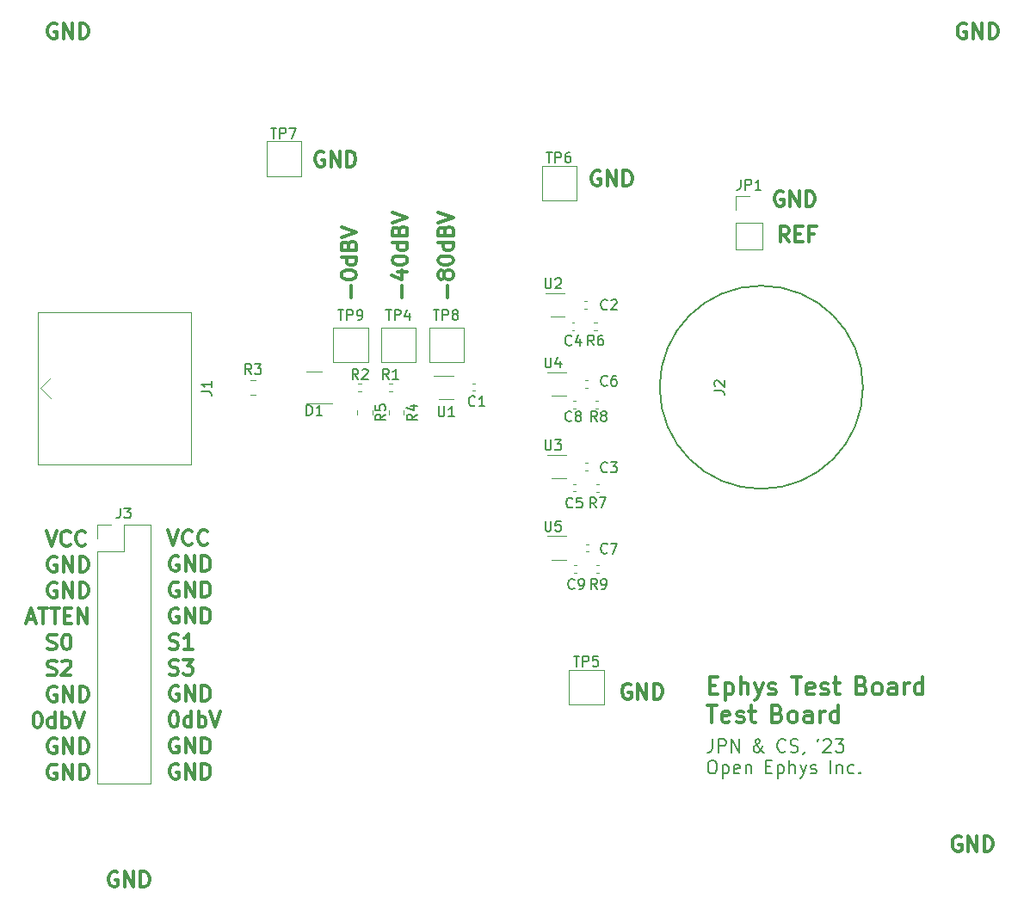
<source format=gbr>
%TF.GenerationSoftware,KiCad,Pcbnew,(7.0.0)*%
%TF.CreationDate,2023-12-14T15:04:28-05:00*%
%TF.ProjectId,singal-path-test-board,73696e67-616c-42d7-9061-74682d746573,rev?*%
%TF.SameCoordinates,Original*%
%TF.FileFunction,Legend,Top*%
%TF.FilePolarity,Positive*%
%FSLAX46Y46*%
G04 Gerber Fmt 4.6, Leading zero omitted, Abs format (unit mm)*
G04 Created by KiCad (PCBNEW (7.0.0)) date 2023-12-14 15:04:28*
%MOMM*%
%LPD*%
G01*
G04 APERTURE LIST*
%ADD10C,0.300000*%
%ADD11C,0.200000*%
%ADD12C,0.150000*%
%ADD13C,0.120000*%
G04 APERTURE END LIST*
D10*
X78642857Y-124106631D02*
X79142857Y-125606631D01*
X79142857Y-125606631D02*
X79642857Y-124106631D01*
X80999999Y-125463774D02*
X80928571Y-125535202D01*
X80928571Y-125535202D02*
X80714285Y-125606631D01*
X80714285Y-125606631D02*
X80571428Y-125606631D01*
X80571428Y-125606631D02*
X80357142Y-125535202D01*
X80357142Y-125535202D02*
X80214285Y-125392345D01*
X80214285Y-125392345D02*
X80142856Y-125249488D01*
X80142856Y-125249488D02*
X80071428Y-124963774D01*
X80071428Y-124963774D02*
X80071428Y-124749488D01*
X80071428Y-124749488D02*
X80142856Y-124463774D01*
X80142856Y-124463774D02*
X80214285Y-124320917D01*
X80214285Y-124320917D02*
X80357142Y-124178060D01*
X80357142Y-124178060D02*
X80571428Y-124106631D01*
X80571428Y-124106631D02*
X80714285Y-124106631D01*
X80714285Y-124106631D02*
X80928571Y-124178060D01*
X80928571Y-124178060D02*
X80999999Y-124249488D01*
X82499999Y-125463774D02*
X82428571Y-125535202D01*
X82428571Y-125535202D02*
X82214285Y-125606631D01*
X82214285Y-125606631D02*
X82071428Y-125606631D01*
X82071428Y-125606631D02*
X81857142Y-125535202D01*
X81857142Y-125535202D02*
X81714285Y-125392345D01*
X81714285Y-125392345D02*
X81642856Y-125249488D01*
X81642856Y-125249488D02*
X81571428Y-124963774D01*
X81571428Y-124963774D02*
X81571428Y-124749488D01*
X81571428Y-124749488D02*
X81642856Y-124463774D01*
X81642856Y-124463774D02*
X81714285Y-124320917D01*
X81714285Y-124320917D02*
X81857142Y-124178060D01*
X81857142Y-124178060D02*
X82071428Y-124106631D01*
X82071428Y-124106631D02*
X82214285Y-124106631D01*
X82214285Y-124106631D02*
X82428571Y-124178060D01*
X82428571Y-124178060D02*
X82499999Y-124249488D01*
X79642857Y-129289170D02*
X79500000Y-129217741D01*
X79500000Y-129217741D02*
X79285714Y-129217741D01*
X79285714Y-129217741D02*
X79071428Y-129289170D01*
X79071428Y-129289170D02*
X78928571Y-129432027D01*
X78928571Y-129432027D02*
X78857142Y-129574884D01*
X78857142Y-129574884D02*
X78785714Y-129860598D01*
X78785714Y-129860598D02*
X78785714Y-130074884D01*
X78785714Y-130074884D02*
X78857142Y-130360598D01*
X78857142Y-130360598D02*
X78928571Y-130503455D01*
X78928571Y-130503455D02*
X79071428Y-130646312D01*
X79071428Y-130646312D02*
X79285714Y-130717741D01*
X79285714Y-130717741D02*
X79428571Y-130717741D01*
X79428571Y-130717741D02*
X79642857Y-130646312D01*
X79642857Y-130646312D02*
X79714285Y-130574884D01*
X79714285Y-130574884D02*
X79714285Y-130074884D01*
X79714285Y-130074884D02*
X79428571Y-130074884D01*
X80357142Y-130717741D02*
X80357142Y-129217741D01*
X80357142Y-129217741D02*
X81214285Y-130717741D01*
X81214285Y-130717741D02*
X81214285Y-129217741D01*
X81928571Y-130717741D02*
X81928571Y-129217741D01*
X81928571Y-129217741D02*
X82285714Y-129217741D01*
X82285714Y-129217741D02*
X82500000Y-129289170D01*
X82500000Y-129289170D02*
X82642857Y-129432027D01*
X82642857Y-129432027D02*
X82714286Y-129574884D01*
X82714286Y-129574884D02*
X82785714Y-129860598D01*
X82785714Y-129860598D02*
X82785714Y-130074884D01*
X82785714Y-130074884D02*
X82714286Y-130360598D01*
X82714286Y-130360598D02*
X82642857Y-130503455D01*
X82642857Y-130503455D02*
X82500000Y-130646312D01*
X82500000Y-130646312D02*
X82285714Y-130717741D01*
X82285714Y-130717741D02*
X81928571Y-130717741D01*
X79642857Y-126733615D02*
X79500000Y-126662186D01*
X79500000Y-126662186D02*
X79285714Y-126662186D01*
X79285714Y-126662186D02*
X79071428Y-126733615D01*
X79071428Y-126733615D02*
X78928571Y-126876472D01*
X78928571Y-126876472D02*
X78857142Y-127019329D01*
X78857142Y-127019329D02*
X78785714Y-127305043D01*
X78785714Y-127305043D02*
X78785714Y-127519329D01*
X78785714Y-127519329D02*
X78857142Y-127805043D01*
X78857142Y-127805043D02*
X78928571Y-127947900D01*
X78928571Y-127947900D02*
X79071428Y-128090757D01*
X79071428Y-128090757D02*
X79285714Y-128162186D01*
X79285714Y-128162186D02*
X79428571Y-128162186D01*
X79428571Y-128162186D02*
X79642857Y-128090757D01*
X79642857Y-128090757D02*
X79714285Y-128019329D01*
X79714285Y-128019329D02*
X79714285Y-127519329D01*
X79714285Y-127519329D02*
X79428571Y-127519329D01*
X80357142Y-128162186D02*
X80357142Y-126662186D01*
X80357142Y-126662186D02*
X81214285Y-128162186D01*
X81214285Y-128162186D02*
X81214285Y-126662186D01*
X81928571Y-128162186D02*
X81928571Y-126662186D01*
X81928571Y-126662186D02*
X82285714Y-126662186D01*
X82285714Y-126662186D02*
X82500000Y-126733615D01*
X82500000Y-126733615D02*
X82642857Y-126876472D01*
X82642857Y-126876472D02*
X82714286Y-127019329D01*
X82714286Y-127019329D02*
X82785714Y-127305043D01*
X82785714Y-127305043D02*
X82785714Y-127519329D01*
X82785714Y-127519329D02*
X82714286Y-127805043D01*
X82714286Y-127805043D02*
X82642857Y-127947900D01*
X82642857Y-127947900D02*
X82500000Y-128090757D01*
X82500000Y-128090757D02*
X82285714Y-128162186D01*
X82285714Y-128162186D02*
X81928571Y-128162186D01*
X79642857Y-144622500D02*
X79500000Y-144551071D01*
X79500000Y-144551071D02*
X79285714Y-144551071D01*
X79285714Y-144551071D02*
X79071428Y-144622500D01*
X79071428Y-144622500D02*
X78928571Y-144765357D01*
X78928571Y-144765357D02*
X78857142Y-144908214D01*
X78857142Y-144908214D02*
X78785714Y-145193928D01*
X78785714Y-145193928D02*
X78785714Y-145408214D01*
X78785714Y-145408214D02*
X78857142Y-145693928D01*
X78857142Y-145693928D02*
X78928571Y-145836785D01*
X78928571Y-145836785D02*
X79071428Y-145979642D01*
X79071428Y-145979642D02*
X79285714Y-146051071D01*
X79285714Y-146051071D02*
X79428571Y-146051071D01*
X79428571Y-146051071D02*
X79642857Y-145979642D01*
X79642857Y-145979642D02*
X79714285Y-145908214D01*
X79714285Y-145908214D02*
X79714285Y-145408214D01*
X79714285Y-145408214D02*
X79428571Y-145408214D01*
X80357142Y-146051071D02*
X80357142Y-144551071D01*
X80357142Y-144551071D02*
X81214285Y-146051071D01*
X81214285Y-146051071D02*
X81214285Y-144551071D01*
X81928571Y-146051071D02*
X81928571Y-144551071D01*
X81928571Y-144551071D02*
X82285714Y-144551071D01*
X82285714Y-144551071D02*
X82500000Y-144622500D01*
X82500000Y-144622500D02*
X82642857Y-144765357D01*
X82642857Y-144765357D02*
X82714286Y-144908214D01*
X82714286Y-144908214D02*
X82785714Y-145193928D01*
X82785714Y-145193928D02*
X82785714Y-145408214D01*
X82785714Y-145408214D02*
X82714286Y-145693928D01*
X82714286Y-145693928D02*
X82642857Y-145836785D01*
X82642857Y-145836785D02*
X82500000Y-145979642D01*
X82500000Y-145979642D02*
X82285714Y-146051071D01*
X82285714Y-146051071D02*
X81928571Y-146051071D01*
X78785714Y-135757422D02*
X79000000Y-135828851D01*
X79000000Y-135828851D02*
X79357142Y-135828851D01*
X79357142Y-135828851D02*
X79500000Y-135757422D01*
X79500000Y-135757422D02*
X79571428Y-135685994D01*
X79571428Y-135685994D02*
X79642857Y-135543137D01*
X79642857Y-135543137D02*
X79642857Y-135400280D01*
X79642857Y-135400280D02*
X79571428Y-135257422D01*
X79571428Y-135257422D02*
X79500000Y-135185994D01*
X79500000Y-135185994D02*
X79357142Y-135114565D01*
X79357142Y-135114565D02*
X79071428Y-135043137D01*
X79071428Y-135043137D02*
X78928571Y-134971708D01*
X78928571Y-134971708D02*
X78857142Y-134900280D01*
X78857142Y-134900280D02*
X78785714Y-134757422D01*
X78785714Y-134757422D02*
X78785714Y-134614565D01*
X78785714Y-134614565D02*
X78857142Y-134471708D01*
X78857142Y-134471708D02*
X78928571Y-134400280D01*
X78928571Y-134400280D02*
X79071428Y-134328851D01*
X79071428Y-134328851D02*
X79428571Y-134328851D01*
X79428571Y-134328851D02*
X79642857Y-134400280D01*
X80571428Y-134328851D02*
X80714285Y-134328851D01*
X80714285Y-134328851D02*
X80857142Y-134400280D01*
X80857142Y-134400280D02*
X80928571Y-134471708D01*
X80928571Y-134471708D02*
X80999999Y-134614565D01*
X80999999Y-134614565D02*
X81071428Y-134900280D01*
X81071428Y-134900280D02*
X81071428Y-135257422D01*
X81071428Y-135257422D02*
X80999999Y-135543137D01*
X80999999Y-135543137D02*
X80928571Y-135685994D01*
X80928571Y-135685994D02*
X80857142Y-135757422D01*
X80857142Y-135757422D02*
X80714285Y-135828851D01*
X80714285Y-135828851D02*
X80571428Y-135828851D01*
X80571428Y-135828851D02*
X80428571Y-135757422D01*
X80428571Y-135757422D02*
X80357142Y-135685994D01*
X80357142Y-135685994D02*
X80285713Y-135543137D01*
X80285713Y-135543137D02*
X80214285Y-135257422D01*
X80214285Y-135257422D02*
X80214285Y-134900280D01*
X80214285Y-134900280D02*
X80285713Y-134614565D01*
X80285713Y-134614565D02*
X80357142Y-134471708D01*
X80357142Y-134471708D02*
X80428571Y-134400280D01*
X80428571Y-134400280D02*
X80571428Y-134328851D01*
X77714286Y-141995516D02*
X77857143Y-141995516D01*
X77857143Y-141995516D02*
X78000000Y-142066945D01*
X78000000Y-142066945D02*
X78071429Y-142138373D01*
X78071429Y-142138373D02*
X78142857Y-142281230D01*
X78142857Y-142281230D02*
X78214286Y-142566945D01*
X78214286Y-142566945D02*
X78214286Y-142924087D01*
X78214286Y-142924087D02*
X78142857Y-143209802D01*
X78142857Y-143209802D02*
X78071429Y-143352659D01*
X78071429Y-143352659D02*
X78000000Y-143424087D01*
X78000000Y-143424087D02*
X77857143Y-143495516D01*
X77857143Y-143495516D02*
X77714286Y-143495516D01*
X77714286Y-143495516D02*
X77571429Y-143424087D01*
X77571429Y-143424087D02*
X77500000Y-143352659D01*
X77500000Y-143352659D02*
X77428571Y-143209802D01*
X77428571Y-143209802D02*
X77357143Y-142924087D01*
X77357143Y-142924087D02*
X77357143Y-142566945D01*
X77357143Y-142566945D02*
X77428571Y-142281230D01*
X77428571Y-142281230D02*
X77500000Y-142138373D01*
X77500000Y-142138373D02*
X77571429Y-142066945D01*
X77571429Y-142066945D02*
X77714286Y-141995516D01*
X79500000Y-143495516D02*
X79500000Y-141995516D01*
X79500000Y-143424087D02*
X79357142Y-143495516D01*
X79357142Y-143495516D02*
X79071428Y-143495516D01*
X79071428Y-143495516D02*
X78928571Y-143424087D01*
X78928571Y-143424087D02*
X78857142Y-143352659D01*
X78857142Y-143352659D02*
X78785714Y-143209802D01*
X78785714Y-143209802D02*
X78785714Y-142781230D01*
X78785714Y-142781230D02*
X78857142Y-142638373D01*
X78857142Y-142638373D02*
X78928571Y-142566945D01*
X78928571Y-142566945D02*
X79071428Y-142495516D01*
X79071428Y-142495516D02*
X79357142Y-142495516D01*
X79357142Y-142495516D02*
X79500000Y-142566945D01*
X80214285Y-143495516D02*
X80214285Y-141995516D01*
X80214285Y-142566945D02*
X80357143Y-142495516D01*
X80357143Y-142495516D02*
X80642857Y-142495516D01*
X80642857Y-142495516D02*
X80785714Y-142566945D01*
X80785714Y-142566945D02*
X80857143Y-142638373D01*
X80857143Y-142638373D02*
X80928571Y-142781230D01*
X80928571Y-142781230D02*
X80928571Y-143209802D01*
X80928571Y-143209802D02*
X80857143Y-143352659D01*
X80857143Y-143352659D02*
X80785714Y-143424087D01*
X80785714Y-143424087D02*
X80642857Y-143495516D01*
X80642857Y-143495516D02*
X80357143Y-143495516D01*
X80357143Y-143495516D02*
X80214285Y-143424087D01*
X81357143Y-141995516D02*
X81857143Y-143495516D01*
X81857143Y-143495516D02*
X82357143Y-141995516D01*
X76785714Y-132844725D02*
X77500000Y-132844725D01*
X76642857Y-133273296D02*
X77142857Y-131773296D01*
X77142857Y-131773296D02*
X77642857Y-133273296D01*
X77928571Y-131773296D02*
X78785714Y-131773296D01*
X78357142Y-133273296D02*
X78357142Y-131773296D01*
X79071428Y-131773296D02*
X79928571Y-131773296D01*
X79499999Y-133273296D02*
X79499999Y-131773296D01*
X80428570Y-132487582D02*
X80928570Y-132487582D01*
X81142856Y-133273296D02*
X80428570Y-133273296D01*
X80428570Y-133273296D02*
X80428570Y-131773296D01*
X80428570Y-131773296D02*
X81142856Y-131773296D01*
X81785713Y-133273296D02*
X81785713Y-131773296D01*
X81785713Y-131773296D02*
X82642856Y-133273296D01*
X82642856Y-133273296D02*
X82642856Y-131773296D01*
X79642857Y-139511390D02*
X79500000Y-139439961D01*
X79500000Y-139439961D02*
X79285714Y-139439961D01*
X79285714Y-139439961D02*
X79071428Y-139511390D01*
X79071428Y-139511390D02*
X78928571Y-139654247D01*
X78928571Y-139654247D02*
X78857142Y-139797104D01*
X78857142Y-139797104D02*
X78785714Y-140082818D01*
X78785714Y-140082818D02*
X78785714Y-140297104D01*
X78785714Y-140297104D02*
X78857142Y-140582818D01*
X78857142Y-140582818D02*
X78928571Y-140725675D01*
X78928571Y-140725675D02*
X79071428Y-140868532D01*
X79071428Y-140868532D02*
X79285714Y-140939961D01*
X79285714Y-140939961D02*
X79428571Y-140939961D01*
X79428571Y-140939961D02*
X79642857Y-140868532D01*
X79642857Y-140868532D02*
X79714285Y-140797104D01*
X79714285Y-140797104D02*
X79714285Y-140297104D01*
X79714285Y-140297104D02*
X79428571Y-140297104D01*
X80357142Y-140939961D02*
X80357142Y-139439961D01*
X80357142Y-139439961D02*
X81214285Y-140939961D01*
X81214285Y-140939961D02*
X81214285Y-139439961D01*
X81928571Y-140939961D02*
X81928571Y-139439961D01*
X81928571Y-139439961D02*
X82285714Y-139439961D01*
X82285714Y-139439961D02*
X82500000Y-139511390D01*
X82500000Y-139511390D02*
X82642857Y-139654247D01*
X82642857Y-139654247D02*
X82714286Y-139797104D01*
X82714286Y-139797104D02*
X82785714Y-140082818D01*
X82785714Y-140082818D02*
X82785714Y-140297104D01*
X82785714Y-140297104D02*
X82714286Y-140582818D01*
X82714286Y-140582818D02*
X82642857Y-140725675D01*
X82642857Y-140725675D02*
X82500000Y-140868532D01*
X82500000Y-140868532D02*
X82285714Y-140939961D01*
X82285714Y-140939961D02*
X81928571Y-140939961D01*
X78785714Y-138312977D02*
X79000000Y-138384406D01*
X79000000Y-138384406D02*
X79357142Y-138384406D01*
X79357142Y-138384406D02*
X79500000Y-138312977D01*
X79500000Y-138312977D02*
X79571428Y-138241549D01*
X79571428Y-138241549D02*
X79642857Y-138098692D01*
X79642857Y-138098692D02*
X79642857Y-137955835D01*
X79642857Y-137955835D02*
X79571428Y-137812977D01*
X79571428Y-137812977D02*
X79500000Y-137741549D01*
X79500000Y-137741549D02*
X79357142Y-137670120D01*
X79357142Y-137670120D02*
X79071428Y-137598692D01*
X79071428Y-137598692D02*
X78928571Y-137527263D01*
X78928571Y-137527263D02*
X78857142Y-137455835D01*
X78857142Y-137455835D02*
X78785714Y-137312977D01*
X78785714Y-137312977D02*
X78785714Y-137170120D01*
X78785714Y-137170120D02*
X78857142Y-137027263D01*
X78857142Y-137027263D02*
X78928571Y-136955835D01*
X78928571Y-136955835D02*
X79071428Y-136884406D01*
X79071428Y-136884406D02*
X79428571Y-136884406D01*
X79428571Y-136884406D02*
X79642857Y-136955835D01*
X80214285Y-137027263D02*
X80285713Y-136955835D01*
X80285713Y-136955835D02*
X80428571Y-136884406D01*
X80428571Y-136884406D02*
X80785713Y-136884406D01*
X80785713Y-136884406D02*
X80928571Y-136955835D01*
X80928571Y-136955835D02*
X80999999Y-137027263D01*
X80999999Y-137027263D02*
X81071428Y-137170120D01*
X81071428Y-137170120D02*
X81071428Y-137312977D01*
X81071428Y-137312977D02*
X80999999Y-137527263D01*
X80999999Y-137527263D02*
X80142856Y-138384406D01*
X80142856Y-138384406D02*
X81071428Y-138384406D01*
X79642857Y-147178060D02*
X79500000Y-147106631D01*
X79500000Y-147106631D02*
X79285714Y-147106631D01*
X79285714Y-147106631D02*
X79071428Y-147178060D01*
X79071428Y-147178060D02*
X78928571Y-147320917D01*
X78928571Y-147320917D02*
X78857142Y-147463774D01*
X78857142Y-147463774D02*
X78785714Y-147749488D01*
X78785714Y-147749488D02*
X78785714Y-147963774D01*
X78785714Y-147963774D02*
X78857142Y-148249488D01*
X78857142Y-148249488D02*
X78928571Y-148392345D01*
X78928571Y-148392345D02*
X79071428Y-148535202D01*
X79071428Y-148535202D02*
X79285714Y-148606631D01*
X79285714Y-148606631D02*
X79428571Y-148606631D01*
X79428571Y-148606631D02*
X79642857Y-148535202D01*
X79642857Y-148535202D02*
X79714285Y-148463774D01*
X79714285Y-148463774D02*
X79714285Y-147963774D01*
X79714285Y-147963774D02*
X79428571Y-147963774D01*
X80357142Y-148606631D02*
X80357142Y-147106631D01*
X80357142Y-147106631D02*
X81214285Y-148606631D01*
X81214285Y-148606631D02*
X81214285Y-147106631D01*
X81928571Y-148606631D02*
X81928571Y-147106631D01*
X81928571Y-147106631D02*
X82285714Y-147106631D01*
X82285714Y-147106631D02*
X82500000Y-147178060D01*
X82500000Y-147178060D02*
X82642857Y-147320917D01*
X82642857Y-147320917D02*
X82714286Y-147463774D01*
X82714286Y-147463774D02*
X82785714Y-147749488D01*
X82785714Y-147749488D02*
X82785714Y-147963774D01*
X82785714Y-147963774D02*
X82714286Y-148249488D01*
X82714286Y-148249488D02*
X82642857Y-148392345D01*
X82642857Y-148392345D02*
X82500000Y-148535202D01*
X82500000Y-148535202D02*
X82285714Y-148606631D01*
X82285714Y-148606631D02*
X81928571Y-148606631D01*
X90642857Y-124051071D02*
X91142857Y-125551071D01*
X91142857Y-125551071D02*
X91642857Y-124051071D01*
X92999999Y-125408214D02*
X92928571Y-125479642D01*
X92928571Y-125479642D02*
X92714285Y-125551071D01*
X92714285Y-125551071D02*
X92571428Y-125551071D01*
X92571428Y-125551071D02*
X92357142Y-125479642D01*
X92357142Y-125479642D02*
X92214285Y-125336785D01*
X92214285Y-125336785D02*
X92142856Y-125193928D01*
X92142856Y-125193928D02*
X92071428Y-124908214D01*
X92071428Y-124908214D02*
X92071428Y-124693928D01*
X92071428Y-124693928D02*
X92142856Y-124408214D01*
X92142856Y-124408214D02*
X92214285Y-124265357D01*
X92214285Y-124265357D02*
X92357142Y-124122500D01*
X92357142Y-124122500D02*
X92571428Y-124051071D01*
X92571428Y-124051071D02*
X92714285Y-124051071D01*
X92714285Y-124051071D02*
X92928571Y-124122500D01*
X92928571Y-124122500D02*
X92999999Y-124193928D01*
X94499999Y-125408214D02*
X94428571Y-125479642D01*
X94428571Y-125479642D02*
X94214285Y-125551071D01*
X94214285Y-125551071D02*
X94071428Y-125551071D01*
X94071428Y-125551071D02*
X93857142Y-125479642D01*
X93857142Y-125479642D02*
X93714285Y-125336785D01*
X93714285Y-125336785D02*
X93642856Y-125193928D01*
X93642856Y-125193928D02*
X93571428Y-124908214D01*
X93571428Y-124908214D02*
X93571428Y-124693928D01*
X93571428Y-124693928D02*
X93642856Y-124408214D01*
X93642856Y-124408214D02*
X93714285Y-124265357D01*
X93714285Y-124265357D02*
X93857142Y-124122500D01*
X93857142Y-124122500D02*
X94071428Y-124051071D01*
X94071428Y-124051071D02*
X94214285Y-124051071D01*
X94214285Y-124051071D02*
X94428571Y-124122500D01*
X94428571Y-124122500D02*
X94499999Y-124193928D01*
X91642857Y-126678055D02*
X91500000Y-126606626D01*
X91500000Y-126606626D02*
X91285714Y-126606626D01*
X91285714Y-126606626D02*
X91071428Y-126678055D01*
X91071428Y-126678055D02*
X90928571Y-126820912D01*
X90928571Y-126820912D02*
X90857142Y-126963769D01*
X90857142Y-126963769D02*
X90785714Y-127249483D01*
X90785714Y-127249483D02*
X90785714Y-127463769D01*
X90785714Y-127463769D02*
X90857142Y-127749483D01*
X90857142Y-127749483D02*
X90928571Y-127892340D01*
X90928571Y-127892340D02*
X91071428Y-128035197D01*
X91071428Y-128035197D02*
X91285714Y-128106626D01*
X91285714Y-128106626D02*
X91428571Y-128106626D01*
X91428571Y-128106626D02*
X91642857Y-128035197D01*
X91642857Y-128035197D02*
X91714285Y-127963769D01*
X91714285Y-127963769D02*
X91714285Y-127463769D01*
X91714285Y-127463769D02*
X91428571Y-127463769D01*
X92357142Y-128106626D02*
X92357142Y-126606626D01*
X92357142Y-126606626D02*
X93214285Y-128106626D01*
X93214285Y-128106626D02*
X93214285Y-126606626D01*
X93928571Y-128106626D02*
X93928571Y-126606626D01*
X93928571Y-126606626D02*
X94285714Y-126606626D01*
X94285714Y-126606626D02*
X94500000Y-126678055D01*
X94500000Y-126678055D02*
X94642857Y-126820912D01*
X94642857Y-126820912D02*
X94714286Y-126963769D01*
X94714286Y-126963769D02*
X94785714Y-127249483D01*
X94785714Y-127249483D02*
X94785714Y-127463769D01*
X94785714Y-127463769D02*
X94714286Y-127749483D01*
X94714286Y-127749483D02*
X94642857Y-127892340D01*
X94642857Y-127892340D02*
X94500000Y-128035197D01*
X94500000Y-128035197D02*
X94285714Y-128106626D01*
X94285714Y-128106626D02*
X93928571Y-128106626D01*
X91642857Y-129233610D02*
X91500000Y-129162181D01*
X91500000Y-129162181D02*
X91285714Y-129162181D01*
X91285714Y-129162181D02*
X91071428Y-129233610D01*
X91071428Y-129233610D02*
X90928571Y-129376467D01*
X90928571Y-129376467D02*
X90857142Y-129519324D01*
X90857142Y-129519324D02*
X90785714Y-129805038D01*
X90785714Y-129805038D02*
X90785714Y-130019324D01*
X90785714Y-130019324D02*
X90857142Y-130305038D01*
X90857142Y-130305038D02*
X90928571Y-130447895D01*
X90928571Y-130447895D02*
X91071428Y-130590752D01*
X91071428Y-130590752D02*
X91285714Y-130662181D01*
X91285714Y-130662181D02*
X91428571Y-130662181D01*
X91428571Y-130662181D02*
X91642857Y-130590752D01*
X91642857Y-130590752D02*
X91714285Y-130519324D01*
X91714285Y-130519324D02*
X91714285Y-130019324D01*
X91714285Y-130019324D02*
X91428571Y-130019324D01*
X92357142Y-130662181D02*
X92357142Y-129162181D01*
X92357142Y-129162181D02*
X93214285Y-130662181D01*
X93214285Y-130662181D02*
X93214285Y-129162181D01*
X93928571Y-130662181D02*
X93928571Y-129162181D01*
X93928571Y-129162181D02*
X94285714Y-129162181D01*
X94285714Y-129162181D02*
X94500000Y-129233610D01*
X94500000Y-129233610D02*
X94642857Y-129376467D01*
X94642857Y-129376467D02*
X94714286Y-129519324D01*
X94714286Y-129519324D02*
X94785714Y-129805038D01*
X94785714Y-129805038D02*
X94785714Y-130019324D01*
X94785714Y-130019324D02*
X94714286Y-130305038D01*
X94714286Y-130305038D02*
X94642857Y-130447895D01*
X94642857Y-130447895D02*
X94500000Y-130590752D01*
X94500000Y-130590752D02*
X94285714Y-130662181D01*
X94285714Y-130662181D02*
X93928571Y-130662181D01*
X91642857Y-131789165D02*
X91500000Y-131717736D01*
X91500000Y-131717736D02*
X91285714Y-131717736D01*
X91285714Y-131717736D02*
X91071428Y-131789165D01*
X91071428Y-131789165D02*
X90928571Y-131932022D01*
X90928571Y-131932022D02*
X90857142Y-132074879D01*
X90857142Y-132074879D02*
X90785714Y-132360593D01*
X90785714Y-132360593D02*
X90785714Y-132574879D01*
X90785714Y-132574879D02*
X90857142Y-132860593D01*
X90857142Y-132860593D02*
X90928571Y-133003450D01*
X90928571Y-133003450D02*
X91071428Y-133146307D01*
X91071428Y-133146307D02*
X91285714Y-133217736D01*
X91285714Y-133217736D02*
X91428571Y-133217736D01*
X91428571Y-133217736D02*
X91642857Y-133146307D01*
X91642857Y-133146307D02*
X91714285Y-133074879D01*
X91714285Y-133074879D02*
X91714285Y-132574879D01*
X91714285Y-132574879D02*
X91428571Y-132574879D01*
X92357142Y-133217736D02*
X92357142Y-131717736D01*
X92357142Y-131717736D02*
X93214285Y-133217736D01*
X93214285Y-133217736D02*
X93214285Y-131717736D01*
X93928571Y-133217736D02*
X93928571Y-131717736D01*
X93928571Y-131717736D02*
X94285714Y-131717736D01*
X94285714Y-131717736D02*
X94500000Y-131789165D01*
X94500000Y-131789165D02*
X94642857Y-131932022D01*
X94642857Y-131932022D02*
X94714286Y-132074879D01*
X94714286Y-132074879D02*
X94785714Y-132360593D01*
X94785714Y-132360593D02*
X94785714Y-132574879D01*
X94785714Y-132574879D02*
X94714286Y-132860593D01*
X94714286Y-132860593D02*
X94642857Y-133003450D01*
X94642857Y-133003450D02*
X94500000Y-133146307D01*
X94500000Y-133146307D02*
X94285714Y-133217736D01*
X94285714Y-133217736D02*
X93928571Y-133217736D01*
X90785714Y-135701862D02*
X91000000Y-135773291D01*
X91000000Y-135773291D02*
X91357142Y-135773291D01*
X91357142Y-135773291D02*
X91500000Y-135701862D01*
X91500000Y-135701862D02*
X91571428Y-135630434D01*
X91571428Y-135630434D02*
X91642857Y-135487577D01*
X91642857Y-135487577D02*
X91642857Y-135344720D01*
X91642857Y-135344720D02*
X91571428Y-135201862D01*
X91571428Y-135201862D02*
X91500000Y-135130434D01*
X91500000Y-135130434D02*
X91357142Y-135059005D01*
X91357142Y-135059005D02*
X91071428Y-134987577D01*
X91071428Y-134987577D02*
X90928571Y-134916148D01*
X90928571Y-134916148D02*
X90857142Y-134844720D01*
X90857142Y-134844720D02*
X90785714Y-134701862D01*
X90785714Y-134701862D02*
X90785714Y-134559005D01*
X90785714Y-134559005D02*
X90857142Y-134416148D01*
X90857142Y-134416148D02*
X90928571Y-134344720D01*
X90928571Y-134344720D02*
X91071428Y-134273291D01*
X91071428Y-134273291D02*
X91428571Y-134273291D01*
X91428571Y-134273291D02*
X91642857Y-134344720D01*
X93071428Y-135773291D02*
X92214285Y-135773291D01*
X92642856Y-135773291D02*
X92642856Y-134273291D01*
X92642856Y-134273291D02*
X92499999Y-134487577D01*
X92499999Y-134487577D02*
X92357142Y-134630434D01*
X92357142Y-134630434D02*
X92214285Y-134701862D01*
X90785714Y-138257417D02*
X91000000Y-138328846D01*
X91000000Y-138328846D02*
X91357142Y-138328846D01*
X91357142Y-138328846D02*
X91500000Y-138257417D01*
X91500000Y-138257417D02*
X91571428Y-138185989D01*
X91571428Y-138185989D02*
X91642857Y-138043132D01*
X91642857Y-138043132D02*
X91642857Y-137900275D01*
X91642857Y-137900275D02*
X91571428Y-137757417D01*
X91571428Y-137757417D02*
X91500000Y-137685989D01*
X91500000Y-137685989D02*
X91357142Y-137614560D01*
X91357142Y-137614560D02*
X91071428Y-137543132D01*
X91071428Y-137543132D02*
X90928571Y-137471703D01*
X90928571Y-137471703D02*
X90857142Y-137400275D01*
X90857142Y-137400275D02*
X90785714Y-137257417D01*
X90785714Y-137257417D02*
X90785714Y-137114560D01*
X90785714Y-137114560D02*
X90857142Y-136971703D01*
X90857142Y-136971703D02*
X90928571Y-136900275D01*
X90928571Y-136900275D02*
X91071428Y-136828846D01*
X91071428Y-136828846D02*
X91428571Y-136828846D01*
X91428571Y-136828846D02*
X91642857Y-136900275D01*
X92142856Y-136828846D02*
X93071428Y-136828846D01*
X93071428Y-136828846D02*
X92571428Y-137400275D01*
X92571428Y-137400275D02*
X92785713Y-137400275D01*
X92785713Y-137400275D02*
X92928571Y-137471703D01*
X92928571Y-137471703D02*
X92999999Y-137543132D01*
X92999999Y-137543132D02*
X93071428Y-137685989D01*
X93071428Y-137685989D02*
X93071428Y-138043132D01*
X93071428Y-138043132D02*
X92999999Y-138185989D01*
X92999999Y-138185989D02*
X92928571Y-138257417D01*
X92928571Y-138257417D02*
X92785713Y-138328846D01*
X92785713Y-138328846D02*
X92357142Y-138328846D01*
X92357142Y-138328846D02*
X92214285Y-138257417D01*
X92214285Y-138257417D02*
X92142856Y-138185989D01*
X91642857Y-139455830D02*
X91500000Y-139384401D01*
X91500000Y-139384401D02*
X91285714Y-139384401D01*
X91285714Y-139384401D02*
X91071428Y-139455830D01*
X91071428Y-139455830D02*
X90928571Y-139598687D01*
X90928571Y-139598687D02*
X90857142Y-139741544D01*
X90857142Y-139741544D02*
X90785714Y-140027258D01*
X90785714Y-140027258D02*
X90785714Y-140241544D01*
X90785714Y-140241544D02*
X90857142Y-140527258D01*
X90857142Y-140527258D02*
X90928571Y-140670115D01*
X90928571Y-140670115D02*
X91071428Y-140812972D01*
X91071428Y-140812972D02*
X91285714Y-140884401D01*
X91285714Y-140884401D02*
X91428571Y-140884401D01*
X91428571Y-140884401D02*
X91642857Y-140812972D01*
X91642857Y-140812972D02*
X91714285Y-140741544D01*
X91714285Y-140741544D02*
X91714285Y-140241544D01*
X91714285Y-140241544D02*
X91428571Y-140241544D01*
X92357142Y-140884401D02*
X92357142Y-139384401D01*
X92357142Y-139384401D02*
X93214285Y-140884401D01*
X93214285Y-140884401D02*
X93214285Y-139384401D01*
X93928571Y-140884401D02*
X93928571Y-139384401D01*
X93928571Y-139384401D02*
X94285714Y-139384401D01*
X94285714Y-139384401D02*
X94500000Y-139455830D01*
X94500000Y-139455830D02*
X94642857Y-139598687D01*
X94642857Y-139598687D02*
X94714286Y-139741544D01*
X94714286Y-139741544D02*
X94785714Y-140027258D01*
X94785714Y-140027258D02*
X94785714Y-140241544D01*
X94785714Y-140241544D02*
X94714286Y-140527258D01*
X94714286Y-140527258D02*
X94642857Y-140670115D01*
X94642857Y-140670115D02*
X94500000Y-140812972D01*
X94500000Y-140812972D02*
X94285714Y-140884401D01*
X94285714Y-140884401D02*
X93928571Y-140884401D01*
X91142857Y-141939956D02*
X91285714Y-141939956D01*
X91285714Y-141939956D02*
X91428571Y-142011385D01*
X91428571Y-142011385D02*
X91500000Y-142082813D01*
X91500000Y-142082813D02*
X91571428Y-142225670D01*
X91571428Y-142225670D02*
X91642857Y-142511385D01*
X91642857Y-142511385D02*
X91642857Y-142868527D01*
X91642857Y-142868527D02*
X91571428Y-143154242D01*
X91571428Y-143154242D02*
X91500000Y-143297099D01*
X91500000Y-143297099D02*
X91428571Y-143368527D01*
X91428571Y-143368527D02*
X91285714Y-143439956D01*
X91285714Y-143439956D02*
X91142857Y-143439956D01*
X91142857Y-143439956D02*
X91000000Y-143368527D01*
X91000000Y-143368527D02*
X90928571Y-143297099D01*
X90928571Y-143297099D02*
X90857142Y-143154242D01*
X90857142Y-143154242D02*
X90785714Y-142868527D01*
X90785714Y-142868527D02*
X90785714Y-142511385D01*
X90785714Y-142511385D02*
X90857142Y-142225670D01*
X90857142Y-142225670D02*
X90928571Y-142082813D01*
X90928571Y-142082813D02*
X91000000Y-142011385D01*
X91000000Y-142011385D02*
X91142857Y-141939956D01*
X92928571Y-143439956D02*
X92928571Y-141939956D01*
X92928571Y-143368527D02*
X92785713Y-143439956D01*
X92785713Y-143439956D02*
X92499999Y-143439956D01*
X92499999Y-143439956D02*
X92357142Y-143368527D01*
X92357142Y-143368527D02*
X92285713Y-143297099D01*
X92285713Y-143297099D02*
X92214285Y-143154242D01*
X92214285Y-143154242D02*
X92214285Y-142725670D01*
X92214285Y-142725670D02*
X92285713Y-142582813D01*
X92285713Y-142582813D02*
X92357142Y-142511385D01*
X92357142Y-142511385D02*
X92499999Y-142439956D01*
X92499999Y-142439956D02*
X92785713Y-142439956D01*
X92785713Y-142439956D02*
X92928571Y-142511385D01*
X93642856Y-143439956D02*
X93642856Y-141939956D01*
X93642856Y-142511385D02*
X93785714Y-142439956D01*
X93785714Y-142439956D02*
X94071428Y-142439956D01*
X94071428Y-142439956D02*
X94214285Y-142511385D01*
X94214285Y-142511385D02*
X94285714Y-142582813D01*
X94285714Y-142582813D02*
X94357142Y-142725670D01*
X94357142Y-142725670D02*
X94357142Y-143154242D01*
X94357142Y-143154242D02*
X94285714Y-143297099D01*
X94285714Y-143297099D02*
X94214285Y-143368527D01*
X94214285Y-143368527D02*
X94071428Y-143439956D01*
X94071428Y-143439956D02*
X93785714Y-143439956D01*
X93785714Y-143439956D02*
X93642856Y-143368527D01*
X94785714Y-141939956D02*
X95285714Y-143439956D01*
X95285714Y-143439956D02*
X95785714Y-141939956D01*
X91642857Y-144566940D02*
X91500000Y-144495511D01*
X91500000Y-144495511D02*
X91285714Y-144495511D01*
X91285714Y-144495511D02*
X91071428Y-144566940D01*
X91071428Y-144566940D02*
X90928571Y-144709797D01*
X90928571Y-144709797D02*
X90857142Y-144852654D01*
X90857142Y-144852654D02*
X90785714Y-145138368D01*
X90785714Y-145138368D02*
X90785714Y-145352654D01*
X90785714Y-145352654D02*
X90857142Y-145638368D01*
X90857142Y-145638368D02*
X90928571Y-145781225D01*
X90928571Y-145781225D02*
X91071428Y-145924082D01*
X91071428Y-145924082D02*
X91285714Y-145995511D01*
X91285714Y-145995511D02*
X91428571Y-145995511D01*
X91428571Y-145995511D02*
X91642857Y-145924082D01*
X91642857Y-145924082D02*
X91714285Y-145852654D01*
X91714285Y-145852654D02*
X91714285Y-145352654D01*
X91714285Y-145352654D02*
X91428571Y-145352654D01*
X92357142Y-145995511D02*
X92357142Y-144495511D01*
X92357142Y-144495511D02*
X93214285Y-145995511D01*
X93214285Y-145995511D02*
X93214285Y-144495511D01*
X93928571Y-145995511D02*
X93928571Y-144495511D01*
X93928571Y-144495511D02*
X94285714Y-144495511D01*
X94285714Y-144495511D02*
X94500000Y-144566940D01*
X94500000Y-144566940D02*
X94642857Y-144709797D01*
X94642857Y-144709797D02*
X94714286Y-144852654D01*
X94714286Y-144852654D02*
X94785714Y-145138368D01*
X94785714Y-145138368D02*
X94785714Y-145352654D01*
X94785714Y-145352654D02*
X94714286Y-145638368D01*
X94714286Y-145638368D02*
X94642857Y-145781225D01*
X94642857Y-145781225D02*
X94500000Y-145924082D01*
X94500000Y-145924082D02*
X94285714Y-145995511D01*
X94285714Y-145995511D02*
X93928571Y-145995511D01*
X91642857Y-147122500D02*
X91500000Y-147051071D01*
X91500000Y-147051071D02*
X91285714Y-147051071D01*
X91285714Y-147051071D02*
X91071428Y-147122500D01*
X91071428Y-147122500D02*
X90928571Y-147265357D01*
X90928571Y-147265357D02*
X90857142Y-147408214D01*
X90857142Y-147408214D02*
X90785714Y-147693928D01*
X90785714Y-147693928D02*
X90785714Y-147908214D01*
X90785714Y-147908214D02*
X90857142Y-148193928D01*
X90857142Y-148193928D02*
X90928571Y-148336785D01*
X90928571Y-148336785D02*
X91071428Y-148479642D01*
X91071428Y-148479642D02*
X91285714Y-148551071D01*
X91285714Y-148551071D02*
X91428571Y-148551071D01*
X91428571Y-148551071D02*
X91642857Y-148479642D01*
X91642857Y-148479642D02*
X91714285Y-148408214D01*
X91714285Y-148408214D02*
X91714285Y-147908214D01*
X91714285Y-147908214D02*
X91428571Y-147908214D01*
X92357142Y-148551071D02*
X92357142Y-147051071D01*
X92357142Y-147051071D02*
X93214285Y-148551071D01*
X93214285Y-148551071D02*
X93214285Y-147051071D01*
X93928571Y-148551071D02*
X93928571Y-147051071D01*
X93928571Y-147051071D02*
X94285714Y-147051071D01*
X94285714Y-147051071D02*
X94500000Y-147122500D01*
X94500000Y-147122500D02*
X94642857Y-147265357D01*
X94642857Y-147265357D02*
X94714286Y-147408214D01*
X94714286Y-147408214D02*
X94785714Y-147693928D01*
X94785714Y-147693928D02*
X94785714Y-147908214D01*
X94785714Y-147908214D02*
X94714286Y-148193928D01*
X94714286Y-148193928D02*
X94642857Y-148336785D01*
X94642857Y-148336785D02*
X94500000Y-148479642D01*
X94500000Y-148479642D02*
X94285714Y-148551071D01*
X94285714Y-148551071D02*
X93928571Y-148551071D01*
D11*
X144180952Y-144624595D02*
X144180952Y-145553166D01*
X144180952Y-145553166D02*
X144119047Y-145738880D01*
X144119047Y-145738880D02*
X143995238Y-145862690D01*
X143995238Y-145862690D02*
X143809523Y-145924595D01*
X143809523Y-145924595D02*
X143685714Y-145924595D01*
X144799999Y-145924595D02*
X144799999Y-144624595D01*
X144799999Y-144624595D02*
X145295237Y-144624595D01*
X145295237Y-144624595D02*
X145419047Y-144686500D01*
X145419047Y-144686500D02*
X145480952Y-144748404D01*
X145480952Y-144748404D02*
X145542856Y-144872214D01*
X145542856Y-144872214D02*
X145542856Y-145057928D01*
X145542856Y-145057928D02*
X145480952Y-145181738D01*
X145480952Y-145181738D02*
X145419047Y-145243642D01*
X145419047Y-145243642D02*
X145295237Y-145305547D01*
X145295237Y-145305547D02*
X144799999Y-145305547D01*
X146099999Y-145924595D02*
X146099999Y-144624595D01*
X146099999Y-144624595D02*
X146842856Y-145924595D01*
X146842856Y-145924595D02*
X146842856Y-144624595D01*
X149294285Y-145924595D02*
X149232381Y-145924595D01*
X149232381Y-145924595D02*
X149108571Y-145862690D01*
X149108571Y-145862690D02*
X148922857Y-145676976D01*
X148922857Y-145676976D02*
X148613333Y-145305547D01*
X148613333Y-145305547D02*
X148489523Y-145119833D01*
X148489523Y-145119833D02*
X148427619Y-144934119D01*
X148427619Y-144934119D02*
X148427619Y-144810309D01*
X148427619Y-144810309D02*
X148489523Y-144686500D01*
X148489523Y-144686500D02*
X148613333Y-144624595D01*
X148613333Y-144624595D02*
X148675238Y-144624595D01*
X148675238Y-144624595D02*
X148799047Y-144686500D01*
X148799047Y-144686500D02*
X148860952Y-144810309D01*
X148860952Y-144810309D02*
X148860952Y-144872214D01*
X148860952Y-144872214D02*
X148799047Y-144996023D01*
X148799047Y-144996023D02*
X148737142Y-145057928D01*
X148737142Y-145057928D02*
X148365714Y-145305547D01*
X148365714Y-145305547D02*
X148303809Y-145367452D01*
X148303809Y-145367452D02*
X148241904Y-145491261D01*
X148241904Y-145491261D02*
X148241904Y-145676976D01*
X148241904Y-145676976D02*
X148303809Y-145800785D01*
X148303809Y-145800785D02*
X148365714Y-145862690D01*
X148365714Y-145862690D02*
X148489523Y-145924595D01*
X148489523Y-145924595D02*
X148675238Y-145924595D01*
X148675238Y-145924595D02*
X148799047Y-145862690D01*
X148799047Y-145862690D02*
X148860952Y-145800785D01*
X148860952Y-145800785D02*
X149046666Y-145553166D01*
X149046666Y-145553166D02*
X149108571Y-145367452D01*
X149108571Y-145367452D02*
X149108571Y-145243642D01*
X151374285Y-145800785D02*
X151312381Y-145862690D01*
X151312381Y-145862690D02*
X151126666Y-145924595D01*
X151126666Y-145924595D02*
X151002857Y-145924595D01*
X151002857Y-145924595D02*
X150817143Y-145862690D01*
X150817143Y-145862690D02*
X150693333Y-145738880D01*
X150693333Y-145738880D02*
X150631428Y-145615071D01*
X150631428Y-145615071D02*
X150569524Y-145367452D01*
X150569524Y-145367452D02*
X150569524Y-145181738D01*
X150569524Y-145181738D02*
X150631428Y-144934119D01*
X150631428Y-144934119D02*
X150693333Y-144810309D01*
X150693333Y-144810309D02*
X150817143Y-144686500D01*
X150817143Y-144686500D02*
X151002857Y-144624595D01*
X151002857Y-144624595D02*
X151126666Y-144624595D01*
X151126666Y-144624595D02*
X151312381Y-144686500D01*
X151312381Y-144686500D02*
X151374285Y-144748404D01*
X151869524Y-145862690D02*
X152055238Y-145924595D01*
X152055238Y-145924595D02*
X152364762Y-145924595D01*
X152364762Y-145924595D02*
X152488571Y-145862690D01*
X152488571Y-145862690D02*
X152550476Y-145800785D01*
X152550476Y-145800785D02*
X152612381Y-145676976D01*
X152612381Y-145676976D02*
X152612381Y-145553166D01*
X152612381Y-145553166D02*
X152550476Y-145429357D01*
X152550476Y-145429357D02*
X152488571Y-145367452D01*
X152488571Y-145367452D02*
X152364762Y-145305547D01*
X152364762Y-145305547D02*
X152117143Y-145243642D01*
X152117143Y-145243642D02*
X151993333Y-145181738D01*
X151993333Y-145181738D02*
X151931428Y-145119833D01*
X151931428Y-145119833D02*
X151869524Y-144996023D01*
X151869524Y-144996023D02*
X151869524Y-144872214D01*
X151869524Y-144872214D02*
X151931428Y-144748404D01*
X151931428Y-144748404D02*
X151993333Y-144686500D01*
X151993333Y-144686500D02*
X152117143Y-144624595D01*
X152117143Y-144624595D02*
X152426666Y-144624595D01*
X152426666Y-144624595D02*
X152612381Y-144686500D01*
X153231428Y-145862690D02*
X153231428Y-145924595D01*
X153231428Y-145924595D02*
X153169523Y-146048404D01*
X153169523Y-146048404D02*
X153107619Y-146110309D01*
X154630476Y-144624595D02*
X154506667Y-144872214D01*
X155125715Y-144748404D02*
X155187619Y-144686500D01*
X155187619Y-144686500D02*
X155311429Y-144624595D01*
X155311429Y-144624595D02*
X155620953Y-144624595D01*
X155620953Y-144624595D02*
X155744762Y-144686500D01*
X155744762Y-144686500D02*
X155806667Y-144748404D01*
X155806667Y-144748404D02*
X155868572Y-144872214D01*
X155868572Y-144872214D02*
X155868572Y-144996023D01*
X155868572Y-144996023D02*
X155806667Y-145181738D01*
X155806667Y-145181738D02*
X155063810Y-145924595D01*
X155063810Y-145924595D02*
X155868572Y-145924595D01*
X156301905Y-144624595D02*
X157106667Y-144624595D01*
X157106667Y-144624595D02*
X156673333Y-145119833D01*
X156673333Y-145119833D02*
X156859048Y-145119833D01*
X156859048Y-145119833D02*
X156982857Y-145181738D01*
X156982857Y-145181738D02*
X157044762Y-145243642D01*
X157044762Y-145243642D02*
X157106667Y-145367452D01*
X157106667Y-145367452D02*
X157106667Y-145676976D01*
X157106667Y-145676976D02*
X157044762Y-145800785D01*
X157044762Y-145800785D02*
X156982857Y-145862690D01*
X156982857Y-145862690D02*
X156859048Y-145924595D01*
X156859048Y-145924595D02*
X156487619Y-145924595D01*
X156487619Y-145924595D02*
X156363810Y-145862690D01*
X156363810Y-145862690D02*
X156301905Y-145800785D01*
X144057142Y-146730595D02*
X144304761Y-146730595D01*
X144304761Y-146730595D02*
X144428571Y-146792500D01*
X144428571Y-146792500D02*
X144552380Y-146916309D01*
X144552380Y-146916309D02*
X144614285Y-147163928D01*
X144614285Y-147163928D02*
X144614285Y-147597261D01*
X144614285Y-147597261D02*
X144552380Y-147844880D01*
X144552380Y-147844880D02*
X144428571Y-147968690D01*
X144428571Y-147968690D02*
X144304761Y-148030595D01*
X144304761Y-148030595D02*
X144057142Y-148030595D01*
X144057142Y-148030595D02*
X143933333Y-147968690D01*
X143933333Y-147968690D02*
X143809523Y-147844880D01*
X143809523Y-147844880D02*
X143747619Y-147597261D01*
X143747619Y-147597261D02*
X143747619Y-147163928D01*
X143747619Y-147163928D02*
X143809523Y-146916309D01*
X143809523Y-146916309D02*
X143933333Y-146792500D01*
X143933333Y-146792500D02*
X144057142Y-146730595D01*
X145171428Y-147163928D02*
X145171428Y-148463928D01*
X145171428Y-147225833D02*
X145295238Y-147163928D01*
X145295238Y-147163928D02*
X145542857Y-147163928D01*
X145542857Y-147163928D02*
X145666666Y-147225833D01*
X145666666Y-147225833D02*
X145728571Y-147287738D01*
X145728571Y-147287738D02*
X145790476Y-147411547D01*
X145790476Y-147411547D02*
X145790476Y-147782976D01*
X145790476Y-147782976D02*
X145728571Y-147906785D01*
X145728571Y-147906785D02*
X145666666Y-147968690D01*
X145666666Y-147968690D02*
X145542857Y-148030595D01*
X145542857Y-148030595D02*
X145295238Y-148030595D01*
X145295238Y-148030595D02*
X145171428Y-147968690D01*
X146842856Y-147968690D02*
X146719047Y-148030595D01*
X146719047Y-148030595D02*
X146471428Y-148030595D01*
X146471428Y-148030595D02*
X146347618Y-147968690D01*
X146347618Y-147968690D02*
X146285714Y-147844880D01*
X146285714Y-147844880D02*
X146285714Y-147349642D01*
X146285714Y-147349642D02*
X146347618Y-147225833D01*
X146347618Y-147225833D02*
X146471428Y-147163928D01*
X146471428Y-147163928D02*
X146719047Y-147163928D01*
X146719047Y-147163928D02*
X146842856Y-147225833D01*
X146842856Y-147225833D02*
X146904761Y-147349642D01*
X146904761Y-147349642D02*
X146904761Y-147473452D01*
X146904761Y-147473452D02*
X146285714Y-147597261D01*
X147461904Y-147163928D02*
X147461904Y-148030595D01*
X147461904Y-147287738D02*
X147523809Y-147225833D01*
X147523809Y-147225833D02*
X147647619Y-147163928D01*
X147647619Y-147163928D02*
X147833333Y-147163928D01*
X147833333Y-147163928D02*
X147957142Y-147225833D01*
X147957142Y-147225833D02*
X148019047Y-147349642D01*
X148019047Y-147349642D02*
X148019047Y-148030595D01*
X149418094Y-147349642D02*
X149851428Y-147349642D01*
X150037142Y-148030595D02*
X149418094Y-148030595D01*
X149418094Y-148030595D02*
X149418094Y-146730595D01*
X149418094Y-146730595D02*
X150037142Y-146730595D01*
X150594284Y-147163928D02*
X150594284Y-148463928D01*
X150594284Y-147225833D02*
X150718094Y-147163928D01*
X150718094Y-147163928D02*
X150965713Y-147163928D01*
X150965713Y-147163928D02*
X151089522Y-147225833D01*
X151089522Y-147225833D02*
X151151427Y-147287738D01*
X151151427Y-147287738D02*
X151213332Y-147411547D01*
X151213332Y-147411547D02*
X151213332Y-147782976D01*
X151213332Y-147782976D02*
X151151427Y-147906785D01*
X151151427Y-147906785D02*
X151089522Y-147968690D01*
X151089522Y-147968690D02*
X150965713Y-148030595D01*
X150965713Y-148030595D02*
X150718094Y-148030595D01*
X150718094Y-148030595D02*
X150594284Y-147968690D01*
X151770474Y-148030595D02*
X151770474Y-146730595D01*
X152327617Y-148030595D02*
X152327617Y-147349642D01*
X152327617Y-147349642D02*
X152265712Y-147225833D01*
X152265712Y-147225833D02*
X152141903Y-147163928D01*
X152141903Y-147163928D02*
X151956189Y-147163928D01*
X151956189Y-147163928D02*
X151832379Y-147225833D01*
X151832379Y-147225833D02*
X151770474Y-147287738D01*
X152822855Y-147163928D02*
X153132379Y-148030595D01*
X153441902Y-147163928D02*
X153132379Y-148030595D01*
X153132379Y-148030595D02*
X153008569Y-148340119D01*
X153008569Y-148340119D02*
X152946664Y-148402023D01*
X152946664Y-148402023D02*
X152822855Y-148463928D01*
X153875236Y-147968690D02*
X153999045Y-148030595D01*
X153999045Y-148030595D02*
X154246664Y-148030595D01*
X154246664Y-148030595D02*
X154370474Y-147968690D01*
X154370474Y-147968690D02*
X154432378Y-147844880D01*
X154432378Y-147844880D02*
X154432378Y-147782976D01*
X154432378Y-147782976D02*
X154370474Y-147659166D01*
X154370474Y-147659166D02*
X154246664Y-147597261D01*
X154246664Y-147597261D02*
X154060950Y-147597261D01*
X154060950Y-147597261D02*
X153937140Y-147535357D01*
X153937140Y-147535357D02*
X153875236Y-147411547D01*
X153875236Y-147411547D02*
X153875236Y-147349642D01*
X153875236Y-147349642D02*
X153937140Y-147225833D01*
X153937140Y-147225833D02*
X154060950Y-147163928D01*
X154060950Y-147163928D02*
X154246664Y-147163928D01*
X154246664Y-147163928D02*
X154370474Y-147225833D01*
X155769521Y-148030595D02*
X155769521Y-146730595D01*
X156388569Y-147163928D02*
X156388569Y-148030595D01*
X156388569Y-147287738D02*
X156450474Y-147225833D01*
X156450474Y-147225833D02*
X156574284Y-147163928D01*
X156574284Y-147163928D02*
X156759998Y-147163928D01*
X156759998Y-147163928D02*
X156883807Y-147225833D01*
X156883807Y-147225833D02*
X156945712Y-147349642D01*
X156945712Y-147349642D02*
X156945712Y-148030595D01*
X158121902Y-147968690D02*
X157998093Y-148030595D01*
X157998093Y-148030595D02*
X157750474Y-148030595D01*
X157750474Y-148030595D02*
X157626664Y-147968690D01*
X157626664Y-147968690D02*
X157564759Y-147906785D01*
X157564759Y-147906785D02*
X157502855Y-147782976D01*
X157502855Y-147782976D02*
X157502855Y-147411547D01*
X157502855Y-147411547D02*
X157564759Y-147287738D01*
X157564759Y-147287738D02*
X157626664Y-147225833D01*
X157626664Y-147225833D02*
X157750474Y-147163928D01*
X157750474Y-147163928D02*
X157998093Y-147163928D01*
X157998093Y-147163928D02*
X158121902Y-147225833D01*
X158679045Y-147906785D02*
X158740950Y-147968690D01*
X158740950Y-147968690D02*
X158679045Y-148030595D01*
X158679045Y-148030595D02*
X158617141Y-147968690D01*
X158617141Y-147968690D02*
X158679045Y-147906785D01*
X158679045Y-147906785D02*
X158679045Y-148030595D01*
D10*
X143904761Y-139357072D02*
X144471428Y-139357072D01*
X144714285Y-140247548D02*
X143904761Y-140247548D01*
X143904761Y-140247548D02*
X143904761Y-138547548D01*
X143904761Y-138547548D02*
X144714285Y-138547548D01*
X145442856Y-139114215D02*
X145442856Y-140814215D01*
X145442856Y-139195167D02*
X145604761Y-139114215D01*
X145604761Y-139114215D02*
X145928571Y-139114215D01*
X145928571Y-139114215D02*
X146090475Y-139195167D01*
X146090475Y-139195167D02*
X146171428Y-139276120D01*
X146171428Y-139276120D02*
X146252380Y-139438024D01*
X146252380Y-139438024D02*
X146252380Y-139923739D01*
X146252380Y-139923739D02*
X146171428Y-140085643D01*
X146171428Y-140085643D02*
X146090475Y-140166596D01*
X146090475Y-140166596D02*
X145928571Y-140247548D01*
X145928571Y-140247548D02*
X145604761Y-140247548D01*
X145604761Y-140247548D02*
X145442856Y-140166596D01*
X146980951Y-140247548D02*
X146980951Y-138547548D01*
X147709523Y-140247548D02*
X147709523Y-139357072D01*
X147709523Y-139357072D02*
X147628570Y-139195167D01*
X147628570Y-139195167D02*
X147466666Y-139114215D01*
X147466666Y-139114215D02*
X147223809Y-139114215D01*
X147223809Y-139114215D02*
X147061904Y-139195167D01*
X147061904Y-139195167D02*
X146980951Y-139276120D01*
X148357142Y-139114215D02*
X148761904Y-140247548D01*
X149166665Y-139114215D02*
X148761904Y-140247548D01*
X148761904Y-140247548D02*
X148599999Y-140652310D01*
X148599999Y-140652310D02*
X148519046Y-140733262D01*
X148519046Y-140733262D02*
X148357142Y-140814215D01*
X149733332Y-140166596D02*
X149895237Y-140247548D01*
X149895237Y-140247548D02*
X150219046Y-140247548D01*
X150219046Y-140247548D02*
X150380951Y-140166596D01*
X150380951Y-140166596D02*
X150461903Y-140004691D01*
X150461903Y-140004691D02*
X150461903Y-139923739D01*
X150461903Y-139923739D02*
X150380951Y-139761834D01*
X150380951Y-139761834D02*
X150219046Y-139680881D01*
X150219046Y-139680881D02*
X149976189Y-139680881D01*
X149976189Y-139680881D02*
X149814284Y-139599929D01*
X149814284Y-139599929D02*
X149733332Y-139438024D01*
X149733332Y-139438024D02*
X149733332Y-139357072D01*
X149733332Y-139357072D02*
X149814284Y-139195167D01*
X149814284Y-139195167D02*
X149976189Y-139114215D01*
X149976189Y-139114215D02*
X150219046Y-139114215D01*
X150219046Y-139114215D02*
X150380951Y-139195167D01*
X151967617Y-138547548D02*
X152939046Y-138547548D01*
X152453332Y-140247548D02*
X152453332Y-138547548D01*
X154153331Y-140166596D02*
X153991427Y-140247548D01*
X153991427Y-140247548D02*
X153667617Y-140247548D01*
X153667617Y-140247548D02*
X153505712Y-140166596D01*
X153505712Y-140166596D02*
X153424760Y-140004691D01*
X153424760Y-140004691D02*
X153424760Y-139357072D01*
X153424760Y-139357072D02*
X153505712Y-139195167D01*
X153505712Y-139195167D02*
X153667617Y-139114215D01*
X153667617Y-139114215D02*
X153991427Y-139114215D01*
X153991427Y-139114215D02*
X154153331Y-139195167D01*
X154153331Y-139195167D02*
X154234284Y-139357072D01*
X154234284Y-139357072D02*
X154234284Y-139518977D01*
X154234284Y-139518977D02*
X153424760Y-139680881D01*
X154881903Y-140166596D02*
X155043808Y-140247548D01*
X155043808Y-140247548D02*
X155367617Y-140247548D01*
X155367617Y-140247548D02*
X155529522Y-140166596D01*
X155529522Y-140166596D02*
X155610474Y-140004691D01*
X155610474Y-140004691D02*
X155610474Y-139923739D01*
X155610474Y-139923739D02*
X155529522Y-139761834D01*
X155529522Y-139761834D02*
X155367617Y-139680881D01*
X155367617Y-139680881D02*
X155124760Y-139680881D01*
X155124760Y-139680881D02*
X154962855Y-139599929D01*
X154962855Y-139599929D02*
X154881903Y-139438024D01*
X154881903Y-139438024D02*
X154881903Y-139357072D01*
X154881903Y-139357072D02*
X154962855Y-139195167D01*
X154962855Y-139195167D02*
X155124760Y-139114215D01*
X155124760Y-139114215D02*
X155367617Y-139114215D01*
X155367617Y-139114215D02*
X155529522Y-139195167D01*
X156096188Y-139114215D02*
X156743807Y-139114215D01*
X156339045Y-138547548D02*
X156339045Y-140004691D01*
X156339045Y-140004691D02*
X156419998Y-140166596D01*
X156419998Y-140166596D02*
X156581903Y-140247548D01*
X156581903Y-140247548D02*
X156743807Y-140247548D01*
X158897141Y-139357072D02*
X159139998Y-139438024D01*
X159139998Y-139438024D02*
X159220951Y-139518977D01*
X159220951Y-139518977D02*
X159301903Y-139680881D01*
X159301903Y-139680881D02*
X159301903Y-139923739D01*
X159301903Y-139923739D02*
X159220951Y-140085643D01*
X159220951Y-140085643D02*
X159139998Y-140166596D01*
X159139998Y-140166596D02*
X158978093Y-140247548D01*
X158978093Y-140247548D02*
X158330474Y-140247548D01*
X158330474Y-140247548D02*
X158330474Y-138547548D01*
X158330474Y-138547548D02*
X158897141Y-138547548D01*
X158897141Y-138547548D02*
X159059046Y-138628501D01*
X159059046Y-138628501D02*
X159139998Y-138709453D01*
X159139998Y-138709453D02*
X159220951Y-138871358D01*
X159220951Y-138871358D02*
X159220951Y-139033262D01*
X159220951Y-139033262D02*
X159139998Y-139195167D01*
X159139998Y-139195167D02*
X159059046Y-139276120D01*
X159059046Y-139276120D02*
X158897141Y-139357072D01*
X158897141Y-139357072D02*
X158330474Y-139357072D01*
X160273332Y-140247548D02*
X160111427Y-140166596D01*
X160111427Y-140166596D02*
X160030474Y-140085643D01*
X160030474Y-140085643D02*
X159949522Y-139923739D01*
X159949522Y-139923739D02*
X159949522Y-139438024D01*
X159949522Y-139438024D02*
X160030474Y-139276120D01*
X160030474Y-139276120D02*
X160111427Y-139195167D01*
X160111427Y-139195167D02*
X160273332Y-139114215D01*
X160273332Y-139114215D02*
X160516189Y-139114215D01*
X160516189Y-139114215D02*
X160678093Y-139195167D01*
X160678093Y-139195167D02*
X160759046Y-139276120D01*
X160759046Y-139276120D02*
X160839998Y-139438024D01*
X160839998Y-139438024D02*
X160839998Y-139923739D01*
X160839998Y-139923739D02*
X160759046Y-140085643D01*
X160759046Y-140085643D02*
X160678093Y-140166596D01*
X160678093Y-140166596D02*
X160516189Y-140247548D01*
X160516189Y-140247548D02*
X160273332Y-140247548D01*
X162297141Y-140247548D02*
X162297141Y-139357072D01*
X162297141Y-139357072D02*
X162216188Y-139195167D01*
X162216188Y-139195167D02*
X162054284Y-139114215D01*
X162054284Y-139114215D02*
X161730474Y-139114215D01*
X161730474Y-139114215D02*
X161568569Y-139195167D01*
X162297141Y-140166596D02*
X162135236Y-140247548D01*
X162135236Y-140247548D02*
X161730474Y-140247548D01*
X161730474Y-140247548D02*
X161568569Y-140166596D01*
X161568569Y-140166596D02*
X161487617Y-140004691D01*
X161487617Y-140004691D02*
X161487617Y-139842786D01*
X161487617Y-139842786D02*
X161568569Y-139680881D01*
X161568569Y-139680881D02*
X161730474Y-139599929D01*
X161730474Y-139599929D02*
X162135236Y-139599929D01*
X162135236Y-139599929D02*
X162297141Y-139518977D01*
X163106664Y-140247548D02*
X163106664Y-139114215D01*
X163106664Y-139438024D02*
X163187617Y-139276120D01*
X163187617Y-139276120D02*
X163268569Y-139195167D01*
X163268569Y-139195167D02*
X163430474Y-139114215D01*
X163430474Y-139114215D02*
X163592379Y-139114215D01*
X164887617Y-140247548D02*
X164887617Y-138547548D01*
X164887617Y-140166596D02*
X164725712Y-140247548D01*
X164725712Y-140247548D02*
X164401903Y-140247548D01*
X164401903Y-140247548D02*
X164239998Y-140166596D01*
X164239998Y-140166596D02*
X164159045Y-140085643D01*
X164159045Y-140085643D02*
X164078093Y-139923739D01*
X164078093Y-139923739D02*
X164078093Y-139438024D01*
X164078093Y-139438024D02*
X164159045Y-139276120D01*
X164159045Y-139276120D02*
X164239998Y-139195167D01*
X164239998Y-139195167D02*
X164401903Y-139114215D01*
X164401903Y-139114215D02*
X164725712Y-139114215D01*
X164725712Y-139114215D02*
X164887617Y-139195167D01*
X143661904Y-141301548D02*
X144633333Y-141301548D01*
X144147619Y-143001548D02*
X144147619Y-141301548D01*
X145847618Y-142920596D02*
X145685714Y-143001548D01*
X145685714Y-143001548D02*
X145361904Y-143001548D01*
X145361904Y-143001548D02*
X145199999Y-142920596D01*
X145199999Y-142920596D02*
X145119047Y-142758691D01*
X145119047Y-142758691D02*
X145119047Y-142111072D01*
X145119047Y-142111072D02*
X145199999Y-141949167D01*
X145199999Y-141949167D02*
X145361904Y-141868215D01*
X145361904Y-141868215D02*
X145685714Y-141868215D01*
X145685714Y-141868215D02*
X145847618Y-141949167D01*
X145847618Y-141949167D02*
X145928571Y-142111072D01*
X145928571Y-142111072D02*
X145928571Y-142272977D01*
X145928571Y-142272977D02*
X145119047Y-142434881D01*
X146576190Y-142920596D02*
X146738095Y-143001548D01*
X146738095Y-143001548D02*
X147061904Y-143001548D01*
X147061904Y-143001548D02*
X147223809Y-142920596D01*
X147223809Y-142920596D02*
X147304761Y-142758691D01*
X147304761Y-142758691D02*
X147304761Y-142677739D01*
X147304761Y-142677739D02*
X147223809Y-142515834D01*
X147223809Y-142515834D02*
X147061904Y-142434881D01*
X147061904Y-142434881D02*
X146819047Y-142434881D01*
X146819047Y-142434881D02*
X146657142Y-142353929D01*
X146657142Y-142353929D02*
X146576190Y-142192024D01*
X146576190Y-142192024D02*
X146576190Y-142111072D01*
X146576190Y-142111072D02*
X146657142Y-141949167D01*
X146657142Y-141949167D02*
X146819047Y-141868215D01*
X146819047Y-141868215D02*
X147061904Y-141868215D01*
X147061904Y-141868215D02*
X147223809Y-141949167D01*
X147790475Y-141868215D02*
X148438094Y-141868215D01*
X148033332Y-141301548D02*
X148033332Y-142758691D01*
X148033332Y-142758691D02*
X148114285Y-142920596D01*
X148114285Y-142920596D02*
X148276190Y-143001548D01*
X148276190Y-143001548D02*
X148438094Y-143001548D01*
X150591428Y-142111072D02*
X150834285Y-142192024D01*
X150834285Y-142192024D02*
X150915238Y-142272977D01*
X150915238Y-142272977D02*
X150996190Y-142434881D01*
X150996190Y-142434881D02*
X150996190Y-142677739D01*
X150996190Y-142677739D02*
X150915238Y-142839643D01*
X150915238Y-142839643D02*
X150834285Y-142920596D01*
X150834285Y-142920596D02*
X150672380Y-143001548D01*
X150672380Y-143001548D02*
X150024761Y-143001548D01*
X150024761Y-143001548D02*
X150024761Y-141301548D01*
X150024761Y-141301548D02*
X150591428Y-141301548D01*
X150591428Y-141301548D02*
X150753333Y-141382501D01*
X150753333Y-141382501D02*
X150834285Y-141463453D01*
X150834285Y-141463453D02*
X150915238Y-141625358D01*
X150915238Y-141625358D02*
X150915238Y-141787262D01*
X150915238Y-141787262D02*
X150834285Y-141949167D01*
X150834285Y-141949167D02*
X150753333Y-142030120D01*
X150753333Y-142030120D02*
X150591428Y-142111072D01*
X150591428Y-142111072D02*
X150024761Y-142111072D01*
X151967619Y-143001548D02*
X151805714Y-142920596D01*
X151805714Y-142920596D02*
X151724761Y-142839643D01*
X151724761Y-142839643D02*
X151643809Y-142677739D01*
X151643809Y-142677739D02*
X151643809Y-142192024D01*
X151643809Y-142192024D02*
X151724761Y-142030120D01*
X151724761Y-142030120D02*
X151805714Y-141949167D01*
X151805714Y-141949167D02*
X151967619Y-141868215D01*
X151967619Y-141868215D02*
X152210476Y-141868215D01*
X152210476Y-141868215D02*
X152372380Y-141949167D01*
X152372380Y-141949167D02*
X152453333Y-142030120D01*
X152453333Y-142030120D02*
X152534285Y-142192024D01*
X152534285Y-142192024D02*
X152534285Y-142677739D01*
X152534285Y-142677739D02*
X152453333Y-142839643D01*
X152453333Y-142839643D02*
X152372380Y-142920596D01*
X152372380Y-142920596D02*
X152210476Y-143001548D01*
X152210476Y-143001548D02*
X151967619Y-143001548D01*
X153991428Y-143001548D02*
X153991428Y-142111072D01*
X153991428Y-142111072D02*
X153910475Y-141949167D01*
X153910475Y-141949167D02*
X153748571Y-141868215D01*
X153748571Y-141868215D02*
X153424761Y-141868215D01*
X153424761Y-141868215D02*
X153262856Y-141949167D01*
X153991428Y-142920596D02*
X153829523Y-143001548D01*
X153829523Y-143001548D02*
X153424761Y-143001548D01*
X153424761Y-143001548D02*
X153262856Y-142920596D01*
X153262856Y-142920596D02*
X153181904Y-142758691D01*
X153181904Y-142758691D02*
X153181904Y-142596786D01*
X153181904Y-142596786D02*
X153262856Y-142434881D01*
X153262856Y-142434881D02*
X153424761Y-142353929D01*
X153424761Y-142353929D02*
X153829523Y-142353929D01*
X153829523Y-142353929D02*
X153991428Y-142272977D01*
X154800951Y-143001548D02*
X154800951Y-141868215D01*
X154800951Y-142192024D02*
X154881904Y-142030120D01*
X154881904Y-142030120D02*
X154962856Y-141949167D01*
X154962856Y-141949167D02*
X155124761Y-141868215D01*
X155124761Y-141868215D02*
X155286666Y-141868215D01*
X156581904Y-143001548D02*
X156581904Y-141301548D01*
X156581904Y-142920596D02*
X156419999Y-143001548D01*
X156419999Y-143001548D02*
X156096190Y-143001548D01*
X156096190Y-143001548D02*
X155934285Y-142920596D01*
X155934285Y-142920596D02*
X155853332Y-142839643D01*
X155853332Y-142839643D02*
X155772380Y-142677739D01*
X155772380Y-142677739D02*
X155772380Y-142192024D01*
X155772380Y-142192024D02*
X155853332Y-142030120D01*
X155853332Y-142030120D02*
X155934285Y-141949167D01*
X155934285Y-141949167D02*
X156096190Y-141868215D01*
X156096190Y-141868215D02*
X156419999Y-141868215D01*
X156419999Y-141868215D02*
X156581904Y-141949167D01*
X169142857Y-74245000D02*
X169000000Y-74173571D01*
X169000000Y-74173571D02*
X168785714Y-74173571D01*
X168785714Y-74173571D02*
X168571428Y-74245000D01*
X168571428Y-74245000D02*
X168428571Y-74387857D01*
X168428571Y-74387857D02*
X168357142Y-74530714D01*
X168357142Y-74530714D02*
X168285714Y-74816428D01*
X168285714Y-74816428D02*
X168285714Y-75030714D01*
X168285714Y-75030714D02*
X168357142Y-75316428D01*
X168357142Y-75316428D02*
X168428571Y-75459285D01*
X168428571Y-75459285D02*
X168571428Y-75602142D01*
X168571428Y-75602142D02*
X168785714Y-75673571D01*
X168785714Y-75673571D02*
X168928571Y-75673571D01*
X168928571Y-75673571D02*
X169142857Y-75602142D01*
X169142857Y-75602142D02*
X169214285Y-75530714D01*
X169214285Y-75530714D02*
X169214285Y-75030714D01*
X169214285Y-75030714D02*
X168928571Y-75030714D01*
X169857142Y-75673571D02*
X169857142Y-74173571D01*
X169857142Y-74173571D02*
X170714285Y-75673571D01*
X170714285Y-75673571D02*
X170714285Y-74173571D01*
X171428571Y-75673571D02*
X171428571Y-74173571D01*
X171428571Y-74173571D02*
X171785714Y-74173571D01*
X171785714Y-74173571D02*
X172000000Y-74245000D01*
X172000000Y-74245000D02*
X172142857Y-74387857D01*
X172142857Y-74387857D02*
X172214286Y-74530714D01*
X172214286Y-74530714D02*
X172285714Y-74816428D01*
X172285714Y-74816428D02*
X172285714Y-75030714D01*
X172285714Y-75030714D02*
X172214286Y-75316428D01*
X172214286Y-75316428D02*
X172142857Y-75459285D01*
X172142857Y-75459285D02*
X172000000Y-75602142D01*
X172000000Y-75602142D02*
X171785714Y-75673571D01*
X171785714Y-75673571D02*
X171428571Y-75673571D01*
X79642857Y-74245000D02*
X79500000Y-74173571D01*
X79500000Y-74173571D02*
X79285714Y-74173571D01*
X79285714Y-74173571D02*
X79071428Y-74245000D01*
X79071428Y-74245000D02*
X78928571Y-74387857D01*
X78928571Y-74387857D02*
X78857142Y-74530714D01*
X78857142Y-74530714D02*
X78785714Y-74816428D01*
X78785714Y-74816428D02*
X78785714Y-75030714D01*
X78785714Y-75030714D02*
X78857142Y-75316428D01*
X78857142Y-75316428D02*
X78928571Y-75459285D01*
X78928571Y-75459285D02*
X79071428Y-75602142D01*
X79071428Y-75602142D02*
X79285714Y-75673571D01*
X79285714Y-75673571D02*
X79428571Y-75673571D01*
X79428571Y-75673571D02*
X79642857Y-75602142D01*
X79642857Y-75602142D02*
X79714285Y-75530714D01*
X79714285Y-75530714D02*
X79714285Y-75030714D01*
X79714285Y-75030714D02*
X79428571Y-75030714D01*
X80357142Y-75673571D02*
X80357142Y-74173571D01*
X80357142Y-74173571D02*
X81214285Y-75673571D01*
X81214285Y-75673571D02*
X81214285Y-74173571D01*
X81928571Y-75673571D02*
X81928571Y-74173571D01*
X81928571Y-74173571D02*
X82285714Y-74173571D01*
X82285714Y-74173571D02*
X82500000Y-74245000D01*
X82500000Y-74245000D02*
X82642857Y-74387857D01*
X82642857Y-74387857D02*
X82714286Y-74530714D01*
X82714286Y-74530714D02*
X82785714Y-74816428D01*
X82785714Y-74816428D02*
X82785714Y-75030714D01*
X82785714Y-75030714D02*
X82714286Y-75316428D01*
X82714286Y-75316428D02*
X82642857Y-75459285D01*
X82642857Y-75459285D02*
X82500000Y-75602142D01*
X82500000Y-75602142D02*
X82285714Y-75673571D01*
X82285714Y-75673571D02*
X81928571Y-75673571D01*
X168642857Y-154245000D02*
X168500000Y-154173571D01*
X168500000Y-154173571D02*
X168285714Y-154173571D01*
X168285714Y-154173571D02*
X168071428Y-154245000D01*
X168071428Y-154245000D02*
X167928571Y-154387857D01*
X167928571Y-154387857D02*
X167857142Y-154530714D01*
X167857142Y-154530714D02*
X167785714Y-154816428D01*
X167785714Y-154816428D02*
X167785714Y-155030714D01*
X167785714Y-155030714D02*
X167857142Y-155316428D01*
X167857142Y-155316428D02*
X167928571Y-155459285D01*
X167928571Y-155459285D02*
X168071428Y-155602142D01*
X168071428Y-155602142D02*
X168285714Y-155673571D01*
X168285714Y-155673571D02*
X168428571Y-155673571D01*
X168428571Y-155673571D02*
X168642857Y-155602142D01*
X168642857Y-155602142D02*
X168714285Y-155530714D01*
X168714285Y-155530714D02*
X168714285Y-155030714D01*
X168714285Y-155030714D02*
X168428571Y-155030714D01*
X169357142Y-155673571D02*
X169357142Y-154173571D01*
X169357142Y-154173571D02*
X170214285Y-155673571D01*
X170214285Y-155673571D02*
X170214285Y-154173571D01*
X170928571Y-155673571D02*
X170928571Y-154173571D01*
X170928571Y-154173571D02*
X171285714Y-154173571D01*
X171285714Y-154173571D02*
X171500000Y-154245000D01*
X171500000Y-154245000D02*
X171642857Y-154387857D01*
X171642857Y-154387857D02*
X171714286Y-154530714D01*
X171714286Y-154530714D02*
X171785714Y-154816428D01*
X171785714Y-154816428D02*
X171785714Y-155030714D01*
X171785714Y-155030714D02*
X171714286Y-155316428D01*
X171714286Y-155316428D02*
X171642857Y-155459285D01*
X171642857Y-155459285D02*
X171500000Y-155602142D01*
X171500000Y-155602142D02*
X171285714Y-155673571D01*
X171285714Y-155673571D02*
X170928571Y-155673571D01*
X85642857Y-157745000D02*
X85500000Y-157673571D01*
X85500000Y-157673571D02*
X85285714Y-157673571D01*
X85285714Y-157673571D02*
X85071428Y-157745000D01*
X85071428Y-157745000D02*
X84928571Y-157887857D01*
X84928571Y-157887857D02*
X84857142Y-158030714D01*
X84857142Y-158030714D02*
X84785714Y-158316428D01*
X84785714Y-158316428D02*
X84785714Y-158530714D01*
X84785714Y-158530714D02*
X84857142Y-158816428D01*
X84857142Y-158816428D02*
X84928571Y-158959285D01*
X84928571Y-158959285D02*
X85071428Y-159102142D01*
X85071428Y-159102142D02*
X85285714Y-159173571D01*
X85285714Y-159173571D02*
X85428571Y-159173571D01*
X85428571Y-159173571D02*
X85642857Y-159102142D01*
X85642857Y-159102142D02*
X85714285Y-159030714D01*
X85714285Y-159030714D02*
X85714285Y-158530714D01*
X85714285Y-158530714D02*
X85428571Y-158530714D01*
X86357142Y-159173571D02*
X86357142Y-157673571D01*
X86357142Y-157673571D02*
X87214285Y-159173571D01*
X87214285Y-159173571D02*
X87214285Y-157673571D01*
X87928571Y-159173571D02*
X87928571Y-157673571D01*
X87928571Y-157673571D02*
X88285714Y-157673571D01*
X88285714Y-157673571D02*
X88500000Y-157745000D01*
X88500000Y-157745000D02*
X88642857Y-157887857D01*
X88642857Y-157887857D02*
X88714286Y-158030714D01*
X88714286Y-158030714D02*
X88785714Y-158316428D01*
X88785714Y-158316428D02*
X88785714Y-158530714D01*
X88785714Y-158530714D02*
X88714286Y-158816428D01*
X88714286Y-158816428D02*
X88642857Y-158959285D01*
X88642857Y-158959285D02*
X88500000Y-159102142D01*
X88500000Y-159102142D02*
X88285714Y-159173571D01*
X88285714Y-159173571D02*
X87928571Y-159173571D01*
X136142857Y-139245000D02*
X136000000Y-139173571D01*
X136000000Y-139173571D02*
X135785714Y-139173571D01*
X135785714Y-139173571D02*
X135571428Y-139245000D01*
X135571428Y-139245000D02*
X135428571Y-139387857D01*
X135428571Y-139387857D02*
X135357142Y-139530714D01*
X135357142Y-139530714D02*
X135285714Y-139816428D01*
X135285714Y-139816428D02*
X135285714Y-140030714D01*
X135285714Y-140030714D02*
X135357142Y-140316428D01*
X135357142Y-140316428D02*
X135428571Y-140459285D01*
X135428571Y-140459285D02*
X135571428Y-140602142D01*
X135571428Y-140602142D02*
X135785714Y-140673571D01*
X135785714Y-140673571D02*
X135928571Y-140673571D01*
X135928571Y-140673571D02*
X136142857Y-140602142D01*
X136142857Y-140602142D02*
X136214285Y-140530714D01*
X136214285Y-140530714D02*
X136214285Y-140030714D01*
X136214285Y-140030714D02*
X135928571Y-140030714D01*
X136857142Y-140673571D02*
X136857142Y-139173571D01*
X136857142Y-139173571D02*
X137714285Y-140673571D01*
X137714285Y-140673571D02*
X137714285Y-139173571D01*
X138428571Y-140673571D02*
X138428571Y-139173571D01*
X138428571Y-139173571D02*
X138785714Y-139173571D01*
X138785714Y-139173571D02*
X139000000Y-139245000D01*
X139000000Y-139245000D02*
X139142857Y-139387857D01*
X139142857Y-139387857D02*
X139214286Y-139530714D01*
X139214286Y-139530714D02*
X139285714Y-139816428D01*
X139285714Y-139816428D02*
X139285714Y-140030714D01*
X139285714Y-140030714D02*
X139214286Y-140316428D01*
X139214286Y-140316428D02*
X139142857Y-140459285D01*
X139142857Y-140459285D02*
X139000000Y-140602142D01*
X139000000Y-140602142D02*
X138785714Y-140673571D01*
X138785714Y-140673571D02*
X138428571Y-140673571D01*
X118102142Y-101142857D02*
X118102142Y-100000000D01*
X117816428Y-99071428D02*
X117745000Y-99214285D01*
X117745000Y-99214285D02*
X117673571Y-99285714D01*
X117673571Y-99285714D02*
X117530714Y-99357142D01*
X117530714Y-99357142D02*
X117459285Y-99357142D01*
X117459285Y-99357142D02*
X117316428Y-99285714D01*
X117316428Y-99285714D02*
X117245000Y-99214285D01*
X117245000Y-99214285D02*
X117173571Y-99071428D01*
X117173571Y-99071428D02*
X117173571Y-98785714D01*
X117173571Y-98785714D02*
X117245000Y-98642857D01*
X117245000Y-98642857D02*
X117316428Y-98571428D01*
X117316428Y-98571428D02*
X117459285Y-98499999D01*
X117459285Y-98499999D02*
X117530714Y-98499999D01*
X117530714Y-98499999D02*
X117673571Y-98571428D01*
X117673571Y-98571428D02*
X117745000Y-98642857D01*
X117745000Y-98642857D02*
X117816428Y-98785714D01*
X117816428Y-98785714D02*
X117816428Y-99071428D01*
X117816428Y-99071428D02*
X117887857Y-99214285D01*
X117887857Y-99214285D02*
X117959285Y-99285714D01*
X117959285Y-99285714D02*
X118102142Y-99357142D01*
X118102142Y-99357142D02*
X118387857Y-99357142D01*
X118387857Y-99357142D02*
X118530714Y-99285714D01*
X118530714Y-99285714D02*
X118602142Y-99214285D01*
X118602142Y-99214285D02*
X118673571Y-99071428D01*
X118673571Y-99071428D02*
X118673571Y-98785714D01*
X118673571Y-98785714D02*
X118602142Y-98642857D01*
X118602142Y-98642857D02*
X118530714Y-98571428D01*
X118530714Y-98571428D02*
X118387857Y-98499999D01*
X118387857Y-98499999D02*
X118102142Y-98499999D01*
X118102142Y-98499999D02*
X117959285Y-98571428D01*
X117959285Y-98571428D02*
X117887857Y-98642857D01*
X117887857Y-98642857D02*
X117816428Y-98785714D01*
X117173571Y-97571428D02*
X117173571Y-97428571D01*
X117173571Y-97428571D02*
X117245000Y-97285714D01*
X117245000Y-97285714D02*
X117316428Y-97214286D01*
X117316428Y-97214286D02*
X117459285Y-97142857D01*
X117459285Y-97142857D02*
X117745000Y-97071428D01*
X117745000Y-97071428D02*
X118102142Y-97071428D01*
X118102142Y-97071428D02*
X118387857Y-97142857D01*
X118387857Y-97142857D02*
X118530714Y-97214286D01*
X118530714Y-97214286D02*
X118602142Y-97285714D01*
X118602142Y-97285714D02*
X118673571Y-97428571D01*
X118673571Y-97428571D02*
X118673571Y-97571428D01*
X118673571Y-97571428D02*
X118602142Y-97714286D01*
X118602142Y-97714286D02*
X118530714Y-97785714D01*
X118530714Y-97785714D02*
X118387857Y-97857143D01*
X118387857Y-97857143D02*
X118102142Y-97928571D01*
X118102142Y-97928571D02*
X117745000Y-97928571D01*
X117745000Y-97928571D02*
X117459285Y-97857143D01*
X117459285Y-97857143D02*
X117316428Y-97785714D01*
X117316428Y-97785714D02*
X117245000Y-97714286D01*
X117245000Y-97714286D02*
X117173571Y-97571428D01*
X118673571Y-95785715D02*
X117173571Y-95785715D01*
X118602142Y-95785715D02*
X118673571Y-95928572D01*
X118673571Y-95928572D02*
X118673571Y-96214286D01*
X118673571Y-96214286D02*
X118602142Y-96357143D01*
X118602142Y-96357143D02*
X118530714Y-96428572D01*
X118530714Y-96428572D02*
X118387857Y-96500000D01*
X118387857Y-96500000D02*
X117959285Y-96500000D01*
X117959285Y-96500000D02*
X117816428Y-96428572D01*
X117816428Y-96428572D02*
X117745000Y-96357143D01*
X117745000Y-96357143D02*
X117673571Y-96214286D01*
X117673571Y-96214286D02*
X117673571Y-95928572D01*
X117673571Y-95928572D02*
X117745000Y-95785715D01*
X117887857Y-94571429D02*
X117959285Y-94357143D01*
X117959285Y-94357143D02*
X118030714Y-94285714D01*
X118030714Y-94285714D02*
X118173571Y-94214286D01*
X118173571Y-94214286D02*
X118387857Y-94214286D01*
X118387857Y-94214286D02*
X118530714Y-94285714D01*
X118530714Y-94285714D02*
X118602142Y-94357143D01*
X118602142Y-94357143D02*
X118673571Y-94500000D01*
X118673571Y-94500000D02*
X118673571Y-95071429D01*
X118673571Y-95071429D02*
X117173571Y-95071429D01*
X117173571Y-95071429D02*
X117173571Y-94571429D01*
X117173571Y-94571429D02*
X117245000Y-94428572D01*
X117245000Y-94428572D02*
X117316428Y-94357143D01*
X117316428Y-94357143D02*
X117459285Y-94285714D01*
X117459285Y-94285714D02*
X117602142Y-94285714D01*
X117602142Y-94285714D02*
X117745000Y-94357143D01*
X117745000Y-94357143D02*
X117816428Y-94428572D01*
X117816428Y-94428572D02*
X117887857Y-94571429D01*
X117887857Y-94571429D02*
X117887857Y-95071429D01*
X117173571Y-93785714D02*
X118673571Y-93285714D01*
X118673571Y-93285714D02*
X117173571Y-92785714D01*
X113602142Y-101142857D02*
X113602142Y-100000000D01*
X113173571Y-98642857D02*
X114173571Y-98642857D01*
X112602142Y-98999999D02*
X113673571Y-99357142D01*
X113673571Y-99357142D02*
X113673571Y-98428571D01*
X112673571Y-97571428D02*
X112673571Y-97428571D01*
X112673571Y-97428571D02*
X112745000Y-97285714D01*
X112745000Y-97285714D02*
X112816428Y-97214286D01*
X112816428Y-97214286D02*
X112959285Y-97142857D01*
X112959285Y-97142857D02*
X113245000Y-97071428D01*
X113245000Y-97071428D02*
X113602142Y-97071428D01*
X113602142Y-97071428D02*
X113887857Y-97142857D01*
X113887857Y-97142857D02*
X114030714Y-97214286D01*
X114030714Y-97214286D02*
X114102142Y-97285714D01*
X114102142Y-97285714D02*
X114173571Y-97428571D01*
X114173571Y-97428571D02*
X114173571Y-97571428D01*
X114173571Y-97571428D02*
X114102142Y-97714286D01*
X114102142Y-97714286D02*
X114030714Y-97785714D01*
X114030714Y-97785714D02*
X113887857Y-97857143D01*
X113887857Y-97857143D02*
X113602142Y-97928571D01*
X113602142Y-97928571D02*
X113245000Y-97928571D01*
X113245000Y-97928571D02*
X112959285Y-97857143D01*
X112959285Y-97857143D02*
X112816428Y-97785714D01*
X112816428Y-97785714D02*
X112745000Y-97714286D01*
X112745000Y-97714286D02*
X112673571Y-97571428D01*
X114173571Y-95785715D02*
X112673571Y-95785715D01*
X114102142Y-95785715D02*
X114173571Y-95928572D01*
X114173571Y-95928572D02*
X114173571Y-96214286D01*
X114173571Y-96214286D02*
X114102142Y-96357143D01*
X114102142Y-96357143D02*
X114030714Y-96428572D01*
X114030714Y-96428572D02*
X113887857Y-96500000D01*
X113887857Y-96500000D02*
X113459285Y-96500000D01*
X113459285Y-96500000D02*
X113316428Y-96428572D01*
X113316428Y-96428572D02*
X113245000Y-96357143D01*
X113245000Y-96357143D02*
X113173571Y-96214286D01*
X113173571Y-96214286D02*
X113173571Y-95928572D01*
X113173571Y-95928572D02*
X113245000Y-95785715D01*
X113387857Y-94571429D02*
X113459285Y-94357143D01*
X113459285Y-94357143D02*
X113530714Y-94285714D01*
X113530714Y-94285714D02*
X113673571Y-94214286D01*
X113673571Y-94214286D02*
X113887857Y-94214286D01*
X113887857Y-94214286D02*
X114030714Y-94285714D01*
X114030714Y-94285714D02*
X114102142Y-94357143D01*
X114102142Y-94357143D02*
X114173571Y-94500000D01*
X114173571Y-94500000D02*
X114173571Y-95071429D01*
X114173571Y-95071429D02*
X112673571Y-95071429D01*
X112673571Y-95071429D02*
X112673571Y-94571429D01*
X112673571Y-94571429D02*
X112745000Y-94428572D01*
X112745000Y-94428572D02*
X112816428Y-94357143D01*
X112816428Y-94357143D02*
X112959285Y-94285714D01*
X112959285Y-94285714D02*
X113102142Y-94285714D01*
X113102142Y-94285714D02*
X113245000Y-94357143D01*
X113245000Y-94357143D02*
X113316428Y-94428572D01*
X113316428Y-94428572D02*
X113387857Y-94571429D01*
X113387857Y-94571429D02*
X113387857Y-95071429D01*
X112673571Y-93785714D02*
X114173571Y-93285714D01*
X114173571Y-93285714D02*
X112673571Y-92785714D01*
X108602142Y-101142857D02*
X108602142Y-100000000D01*
X107673571Y-98999999D02*
X107673571Y-98857142D01*
X107673571Y-98857142D02*
X107745000Y-98714285D01*
X107745000Y-98714285D02*
X107816428Y-98642857D01*
X107816428Y-98642857D02*
X107959285Y-98571428D01*
X107959285Y-98571428D02*
X108245000Y-98499999D01*
X108245000Y-98499999D02*
X108602142Y-98499999D01*
X108602142Y-98499999D02*
X108887857Y-98571428D01*
X108887857Y-98571428D02*
X109030714Y-98642857D01*
X109030714Y-98642857D02*
X109102142Y-98714285D01*
X109102142Y-98714285D02*
X109173571Y-98857142D01*
X109173571Y-98857142D02*
X109173571Y-98999999D01*
X109173571Y-98999999D02*
X109102142Y-99142857D01*
X109102142Y-99142857D02*
X109030714Y-99214285D01*
X109030714Y-99214285D02*
X108887857Y-99285714D01*
X108887857Y-99285714D02*
X108602142Y-99357142D01*
X108602142Y-99357142D02*
X108245000Y-99357142D01*
X108245000Y-99357142D02*
X107959285Y-99285714D01*
X107959285Y-99285714D02*
X107816428Y-99214285D01*
X107816428Y-99214285D02*
X107745000Y-99142857D01*
X107745000Y-99142857D02*
X107673571Y-98999999D01*
X109173571Y-97214286D02*
X107673571Y-97214286D01*
X109102142Y-97214286D02*
X109173571Y-97357143D01*
X109173571Y-97357143D02*
X109173571Y-97642857D01*
X109173571Y-97642857D02*
X109102142Y-97785714D01*
X109102142Y-97785714D02*
X109030714Y-97857143D01*
X109030714Y-97857143D02*
X108887857Y-97928571D01*
X108887857Y-97928571D02*
X108459285Y-97928571D01*
X108459285Y-97928571D02*
X108316428Y-97857143D01*
X108316428Y-97857143D02*
X108245000Y-97785714D01*
X108245000Y-97785714D02*
X108173571Y-97642857D01*
X108173571Y-97642857D02*
X108173571Y-97357143D01*
X108173571Y-97357143D02*
X108245000Y-97214286D01*
X108387857Y-96000000D02*
X108459285Y-95785714D01*
X108459285Y-95785714D02*
X108530714Y-95714285D01*
X108530714Y-95714285D02*
X108673571Y-95642857D01*
X108673571Y-95642857D02*
X108887857Y-95642857D01*
X108887857Y-95642857D02*
X109030714Y-95714285D01*
X109030714Y-95714285D02*
X109102142Y-95785714D01*
X109102142Y-95785714D02*
X109173571Y-95928571D01*
X109173571Y-95928571D02*
X109173571Y-96500000D01*
X109173571Y-96500000D02*
X107673571Y-96500000D01*
X107673571Y-96500000D02*
X107673571Y-96000000D01*
X107673571Y-96000000D02*
X107745000Y-95857143D01*
X107745000Y-95857143D02*
X107816428Y-95785714D01*
X107816428Y-95785714D02*
X107959285Y-95714285D01*
X107959285Y-95714285D02*
X108102142Y-95714285D01*
X108102142Y-95714285D02*
X108245000Y-95785714D01*
X108245000Y-95785714D02*
X108316428Y-95857143D01*
X108316428Y-95857143D02*
X108387857Y-96000000D01*
X108387857Y-96000000D02*
X108387857Y-96500000D01*
X107673571Y-95214285D02*
X109173571Y-94714285D01*
X109173571Y-94714285D02*
X107673571Y-94214285D01*
X151714285Y-95673571D02*
X151214285Y-94959285D01*
X150857142Y-95673571D02*
X150857142Y-94173571D01*
X150857142Y-94173571D02*
X151428571Y-94173571D01*
X151428571Y-94173571D02*
X151571428Y-94245000D01*
X151571428Y-94245000D02*
X151642857Y-94316428D01*
X151642857Y-94316428D02*
X151714285Y-94459285D01*
X151714285Y-94459285D02*
X151714285Y-94673571D01*
X151714285Y-94673571D02*
X151642857Y-94816428D01*
X151642857Y-94816428D02*
X151571428Y-94887857D01*
X151571428Y-94887857D02*
X151428571Y-94959285D01*
X151428571Y-94959285D02*
X150857142Y-94959285D01*
X152357142Y-94887857D02*
X152857142Y-94887857D01*
X153071428Y-95673571D02*
X152357142Y-95673571D01*
X152357142Y-95673571D02*
X152357142Y-94173571D01*
X152357142Y-94173571D02*
X153071428Y-94173571D01*
X154214285Y-94887857D02*
X153714285Y-94887857D01*
X153714285Y-95673571D02*
X153714285Y-94173571D01*
X153714285Y-94173571D02*
X154428571Y-94173571D01*
X151142857Y-90745000D02*
X151000000Y-90673571D01*
X151000000Y-90673571D02*
X150785714Y-90673571D01*
X150785714Y-90673571D02*
X150571428Y-90745000D01*
X150571428Y-90745000D02*
X150428571Y-90887857D01*
X150428571Y-90887857D02*
X150357142Y-91030714D01*
X150357142Y-91030714D02*
X150285714Y-91316428D01*
X150285714Y-91316428D02*
X150285714Y-91530714D01*
X150285714Y-91530714D02*
X150357142Y-91816428D01*
X150357142Y-91816428D02*
X150428571Y-91959285D01*
X150428571Y-91959285D02*
X150571428Y-92102142D01*
X150571428Y-92102142D02*
X150785714Y-92173571D01*
X150785714Y-92173571D02*
X150928571Y-92173571D01*
X150928571Y-92173571D02*
X151142857Y-92102142D01*
X151142857Y-92102142D02*
X151214285Y-92030714D01*
X151214285Y-92030714D02*
X151214285Y-91530714D01*
X151214285Y-91530714D02*
X150928571Y-91530714D01*
X151857142Y-92173571D02*
X151857142Y-90673571D01*
X151857142Y-90673571D02*
X152714285Y-92173571D01*
X152714285Y-92173571D02*
X152714285Y-90673571D01*
X153428571Y-92173571D02*
X153428571Y-90673571D01*
X153428571Y-90673571D02*
X153785714Y-90673571D01*
X153785714Y-90673571D02*
X154000000Y-90745000D01*
X154000000Y-90745000D02*
X154142857Y-90887857D01*
X154142857Y-90887857D02*
X154214286Y-91030714D01*
X154214286Y-91030714D02*
X154285714Y-91316428D01*
X154285714Y-91316428D02*
X154285714Y-91530714D01*
X154285714Y-91530714D02*
X154214286Y-91816428D01*
X154214286Y-91816428D02*
X154142857Y-91959285D01*
X154142857Y-91959285D02*
X154000000Y-92102142D01*
X154000000Y-92102142D02*
X153785714Y-92173571D01*
X153785714Y-92173571D02*
X153428571Y-92173571D01*
X133142857Y-88745000D02*
X133000000Y-88673571D01*
X133000000Y-88673571D02*
X132785714Y-88673571D01*
X132785714Y-88673571D02*
X132571428Y-88745000D01*
X132571428Y-88745000D02*
X132428571Y-88887857D01*
X132428571Y-88887857D02*
X132357142Y-89030714D01*
X132357142Y-89030714D02*
X132285714Y-89316428D01*
X132285714Y-89316428D02*
X132285714Y-89530714D01*
X132285714Y-89530714D02*
X132357142Y-89816428D01*
X132357142Y-89816428D02*
X132428571Y-89959285D01*
X132428571Y-89959285D02*
X132571428Y-90102142D01*
X132571428Y-90102142D02*
X132785714Y-90173571D01*
X132785714Y-90173571D02*
X132928571Y-90173571D01*
X132928571Y-90173571D02*
X133142857Y-90102142D01*
X133142857Y-90102142D02*
X133214285Y-90030714D01*
X133214285Y-90030714D02*
X133214285Y-89530714D01*
X133214285Y-89530714D02*
X132928571Y-89530714D01*
X133857142Y-90173571D02*
X133857142Y-88673571D01*
X133857142Y-88673571D02*
X134714285Y-90173571D01*
X134714285Y-90173571D02*
X134714285Y-88673571D01*
X135428571Y-90173571D02*
X135428571Y-88673571D01*
X135428571Y-88673571D02*
X135785714Y-88673571D01*
X135785714Y-88673571D02*
X136000000Y-88745000D01*
X136000000Y-88745000D02*
X136142857Y-88887857D01*
X136142857Y-88887857D02*
X136214286Y-89030714D01*
X136214286Y-89030714D02*
X136285714Y-89316428D01*
X136285714Y-89316428D02*
X136285714Y-89530714D01*
X136285714Y-89530714D02*
X136214286Y-89816428D01*
X136214286Y-89816428D02*
X136142857Y-89959285D01*
X136142857Y-89959285D02*
X136000000Y-90102142D01*
X136000000Y-90102142D02*
X135785714Y-90173571D01*
X135785714Y-90173571D02*
X135428571Y-90173571D01*
X105942857Y-86845000D02*
X105800000Y-86773571D01*
X105800000Y-86773571D02*
X105585714Y-86773571D01*
X105585714Y-86773571D02*
X105371428Y-86845000D01*
X105371428Y-86845000D02*
X105228571Y-86987857D01*
X105228571Y-86987857D02*
X105157142Y-87130714D01*
X105157142Y-87130714D02*
X105085714Y-87416428D01*
X105085714Y-87416428D02*
X105085714Y-87630714D01*
X105085714Y-87630714D02*
X105157142Y-87916428D01*
X105157142Y-87916428D02*
X105228571Y-88059285D01*
X105228571Y-88059285D02*
X105371428Y-88202142D01*
X105371428Y-88202142D02*
X105585714Y-88273571D01*
X105585714Y-88273571D02*
X105728571Y-88273571D01*
X105728571Y-88273571D02*
X105942857Y-88202142D01*
X105942857Y-88202142D02*
X106014285Y-88130714D01*
X106014285Y-88130714D02*
X106014285Y-87630714D01*
X106014285Y-87630714D02*
X105728571Y-87630714D01*
X106657142Y-88273571D02*
X106657142Y-86773571D01*
X106657142Y-86773571D02*
X107514285Y-88273571D01*
X107514285Y-88273571D02*
X107514285Y-86773571D01*
X108228571Y-88273571D02*
X108228571Y-86773571D01*
X108228571Y-86773571D02*
X108585714Y-86773571D01*
X108585714Y-86773571D02*
X108800000Y-86845000D01*
X108800000Y-86845000D02*
X108942857Y-86987857D01*
X108942857Y-86987857D02*
X109014286Y-87130714D01*
X109014286Y-87130714D02*
X109085714Y-87416428D01*
X109085714Y-87416428D02*
X109085714Y-87630714D01*
X109085714Y-87630714D02*
X109014286Y-87916428D01*
X109014286Y-87916428D02*
X108942857Y-88059285D01*
X108942857Y-88059285D02*
X108800000Y-88202142D01*
X108800000Y-88202142D02*
X108585714Y-88273571D01*
X108585714Y-88273571D02*
X108228571Y-88273571D01*
D12*
X159000000Y-110000000D02*
G75*
G03*
X159000000Y-110000000I-10000000J0D01*
G01*
%TO.C,U5*%
X127738095Y-123167380D02*
X127738095Y-123976904D01*
X127738095Y-123976904D02*
X127785714Y-124072142D01*
X127785714Y-124072142D02*
X127833333Y-124119761D01*
X127833333Y-124119761D02*
X127928571Y-124167380D01*
X127928571Y-124167380D02*
X128119047Y-124167380D01*
X128119047Y-124167380D02*
X128214285Y-124119761D01*
X128214285Y-124119761D02*
X128261904Y-124072142D01*
X128261904Y-124072142D02*
X128309523Y-123976904D01*
X128309523Y-123976904D02*
X128309523Y-123167380D01*
X129261904Y-123167380D02*
X128785714Y-123167380D01*
X128785714Y-123167380D02*
X128738095Y-123643571D01*
X128738095Y-123643571D02*
X128785714Y-123595952D01*
X128785714Y-123595952D02*
X128880952Y-123548333D01*
X128880952Y-123548333D02*
X129119047Y-123548333D01*
X129119047Y-123548333D02*
X129214285Y-123595952D01*
X129214285Y-123595952D02*
X129261904Y-123643571D01*
X129261904Y-123643571D02*
X129309523Y-123738809D01*
X129309523Y-123738809D02*
X129309523Y-123976904D01*
X129309523Y-123976904D02*
X129261904Y-124072142D01*
X129261904Y-124072142D02*
X129214285Y-124119761D01*
X129214285Y-124119761D02*
X129119047Y-124167380D01*
X129119047Y-124167380D02*
X128880952Y-124167380D01*
X128880952Y-124167380D02*
X128785714Y-124119761D01*
X128785714Y-124119761D02*
X128738095Y-124072142D01*
%TO.C,U4*%
X127738095Y-107067380D02*
X127738095Y-107876904D01*
X127738095Y-107876904D02*
X127785714Y-107972142D01*
X127785714Y-107972142D02*
X127833333Y-108019761D01*
X127833333Y-108019761D02*
X127928571Y-108067380D01*
X127928571Y-108067380D02*
X128119047Y-108067380D01*
X128119047Y-108067380D02*
X128214285Y-108019761D01*
X128214285Y-108019761D02*
X128261904Y-107972142D01*
X128261904Y-107972142D02*
X128309523Y-107876904D01*
X128309523Y-107876904D02*
X128309523Y-107067380D01*
X129214285Y-107400714D02*
X129214285Y-108067380D01*
X128976190Y-107019761D02*
X128738095Y-107734047D01*
X128738095Y-107734047D02*
X129357142Y-107734047D01*
%TO.C,U3*%
X127738095Y-115167380D02*
X127738095Y-115976904D01*
X127738095Y-115976904D02*
X127785714Y-116072142D01*
X127785714Y-116072142D02*
X127833333Y-116119761D01*
X127833333Y-116119761D02*
X127928571Y-116167380D01*
X127928571Y-116167380D02*
X128119047Y-116167380D01*
X128119047Y-116167380D02*
X128214285Y-116119761D01*
X128214285Y-116119761D02*
X128261904Y-116072142D01*
X128261904Y-116072142D02*
X128309523Y-115976904D01*
X128309523Y-115976904D02*
X128309523Y-115167380D01*
X128690476Y-115167380D02*
X129309523Y-115167380D01*
X129309523Y-115167380D02*
X128976190Y-115548333D01*
X128976190Y-115548333D02*
X129119047Y-115548333D01*
X129119047Y-115548333D02*
X129214285Y-115595952D01*
X129214285Y-115595952D02*
X129261904Y-115643571D01*
X129261904Y-115643571D02*
X129309523Y-115738809D01*
X129309523Y-115738809D02*
X129309523Y-115976904D01*
X129309523Y-115976904D02*
X129261904Y-116072142D01*
X129261904Y-116072142D02*
X129214285Y-116119761D01*
X129214285Y-116119761D02*
X129119047Y-116167380D01*
X129119047Y-116167380D02*
X128833333Y-116167380D01*
X128833333Y-116167380D02*
X128738095Y-116119761D01*
X128738095Y-116119761D02*
X128690476Y-116072142D01*
%TO.C,U2*%
X127738095Y-99267380D02*
X127738095Y-100076904D01*
X127738095Y-100076904D02*
X127785714Y-100172142D01*
X127785714Y-100172142D02*
X127833333Y-100219761D01*
X127833333Y-100219761D02*
X127928571Y-100267380D01*
X127928571Y-100267380D02*
X128119047Y-100267380D01*
X128119047Y-100267380D02*
X128214285Y-100219761D01*
X128214285Y-100219761D02*
X128261904Y-100172142D01*
X128261904Y-100172142D02*
X128309523Y-100076904D01*
X128309523Y-100076904D02*
X128309523Y-99267380D01*
X128738095Y-99362619D02*
X128785714Y-99315000D01*
X128785714Y-99315000D02*
X128880952Y-99267380D01*
X128880952Y-99267380D02*
X129119047Y-99267380D01*
X129119047Y-99267380D02*
X129214285Y-99315000D01*
X129214285Y-99315000D02*
X129261904Y-99362619D01*
X129261904Y-99362619D02*
X129309523Y-99457857D01*
X129309523Y-99457857D02*
X129309523Y-99553095D01*
X129309523Y-99553095D02*
X129261904Y-99695952D01*
X129261904Y-99695952D02*
X128690476Y-100267380D01*
X128690476Y-100267380D02*
X129309523Y-100267380D01*
%TO.C,U1*%
X117238095Y-111867380D02*
X117238095Y-112676904D01*
X117238095Y-112676904D02*
X117285714Y-112772142D01*
X117285714Y-112772142D02*
X117333333Y-112819761D01*
X117333333Y-112819761D02*
X117428571Y-112867380D01*
X117428571Y-112867380D02*
X117619047Y-112867380D01*
X117619047Y-112867380D02*
X117714285Y-112819761D01*
X117714285Y-112819761D02*
X117761904Y-112772142D01*
X117761904Y-112772142D02*
X117809523Y-112676904D01*
X117809523Y-112676904D02*
X117809523Y-111867380D01*
X118809523Y-112867380D02*
X118238095Y-112867380D01*
X118523809Y-112867380D02*
X118523809Y-111867380D01*
X118523809Y-111867380D02*
X118428571Y-112010238D01*
X118428571Y-112010238D02*
X118333333Y-112105476D01*
X118333333Y-112105476D02*
X118238095Y-112153095D01*
%TO.C,TP9*%
X107338095Y-102367380D02*
X107909523Y-102367380D01*
X107623809Y-103367380D02*
X107623809Y-102367380D01*
X108242857Y-103367380D02*
X108242857Y-102367380D01*
X108242857Y-102367380D02*
X108623809Y-102367380D01*
X108623809Y-102367380D02*
X108719047Y-102415000D01*
X108719047Y-102415000D02*
X108766666Y-102462619D01*
X108766666Y-102462619D02*
X108814285Y-102557857D01*
X108814285Y-102557857D02*
X108814285Y-102700714D01*
X108814285Y-102700714D02*
X108766666Y-102795952D01*
X108766666Y-102795952D02*
X108719047Y-102843571D01*
X108719047Y-102843571D02*
X108623809Y-102891190D01*
X108623809Y-102891190D02*
X108242857Y-102891190D01*
X109290476Y-103367380D02*
X109480952Y-103367380D01*
X109480952Y-103367380D02*
X109576190Y-103319761D01*
X109576190Y-103319761D02*
X109623809Y-103272142D01*
X109623809Y-103272142D02*
X109719047Y-103129285D01*
X109719047Y-103129285D02*
X109766666Y-102938809D01*
X109766666Y-102938809D02*
X109766666Y-102557857D01*
X109766666Y-102557857D02*
X109719047Y-102462619D01*
X109719047Y-102462619D02*
X109671428Y-102415000D01*
X109671428Y-102415000D02*
X109576190Y-102367380D01*
X109576190Y-102367380D02*
X109385714Y-102367380D01*
X109385714Y-102367380D02*
X109290476Y-102415000D01*
X109290476Y-102415000D02*
X109242857Y-102462619D01*
X109242857Y-102462619D02*
X109195238Y-102557857D01*
X109195238Y-102557857D02*
X109195238Y-102795952D01*
X109195238Y-102795952D02*
X109242857Y-102891190D01*
X109242857Y-102891190D02*
X109290476Y-102938809D01*
X109290476Y-102938809D02*
X109385714Y-102986428D01*
X109385714Y-102986428D02*
X109576190Y-102986428D01*
X109576190Y-102986428D02*
X109671428Y-102938809D01*
X109671428Y-102938809D02*
X109719047Y-102891190D01*
X109719047Y-102891190D02*
X109766666Y-102795952D01*
%TO.C,TP8*%
X116738095Y-102367380D02*
X117309523Y-102367380D01*
X117023809Y-103367380D02*
X117023809Y-102367380D01*
X117642857Y-103367380D02*
X117642857Y-102367380D01*
X117642857Y-102367380D02*
X118023809Y-102367380D01*
X118023809Y-102367380D02*
X118119047Y-102415000D01*
X118119047Y-102415000D02*
X118166666Y-102462619D01*
X118166666Y-102462619D02*
X118214285Y-102557857D01*
X118214285Y-102557857D02*
X118214285Y-102700714D01*
X118214285Y-102700714D02*
X118166666Y-102795952D01*
X118166666Y-102795952D02*
X118119047Y-102843571D01*
X118119047Y-102843571D02*
X118023809Y-102891190D01*
X118023809Y-102891190D02*
X117642857Y-102891190D01*
X118785714Y-102795952D02*
X118690476Y-102748333D01*
X118690476Y-102748333D02*
X118642857Y-102700714D01*
X118642857Y-102700714D02*
X118595238Y-102605476D01*
X118595238Y-102605476D02*
X118595238Y-102557857D01*
X118595238Y-102557857D02*
X118642857Y-102462619D01*
X118642857Y-102462619D02*
X118690476Y-102415000D01*
X118690476Y-102415000D02*
X118785714Y-102367380D01*
X118785714Y-102367380D02*
X118976190Y-102367380D01*
X118976190Y-102367380D02*
X119071428Y-102415000D01*
X119071428Y-102415000D02*
X119119047Y-102462619D01*
X119119047Y-102462619D02*
X119166666Y-102557857D01*
X119166666Y-102557857D02*
X119166666Y-102605476D01*
X119166666Y-102605476D02*
X119119047Y-102700714D01*
X119119047Y-102700714D02*
X119071428Y-102748333D01*
X119071428Y-102748333D02*
X118976190Y-102795952D01*
X118976190Y-102795952D02*
X118785714Y-102795952D01*
X118785714Y-102795952D02*
X118690476Y-102843571D01*
X118690476Y-102843571D02*
X118642857Y-102891190D01*
X118642857Y-102891190D02*
X118595238Y-102986428D01*
X118595238Y-102986428D02*
X118595238Y-103176904D01*
X118595238Y-103176904D02*
X118642857Y-103272142D01*
X118642857Y-103272142D02*
X118690476Y-103319761D01*
X118690476Y-103319761D02*
X118785714Y-103367380D01*
X118785714Y-103367380D02*
X118976190Y-103367380D01*
X118976190Y-103367380D02*
X119071428Y-103319761D01*
X119071428Y-103319761D02*
X119119047Y-103272142D01*
X119119047Y-103272142D02*
X119166666Y-103176904D01*
X119166666Y-103176904D02*
X119166666Y-102986428D01*
X119166666Y-102986428D02*
X119119047Y-102891190D01*
X119119047Y-102891190D02*
X119071428Y-102843571D01*
X119071428Y-102843571D02*
X118976190Y-102795952D01*
%TO.C,TP7*%
X100738095Y-84469380D02*
X101309523Y-84469380D01*
X101023809Y-85469380D02*
X101023809Y-84469380D01*
X101642857Y-85469380D02*
X101642857Y-84469380D01*
X101642857Y-84469380D02*
X102023809Y-84469380D01*
X102023809Y-84469380D02*
X102119047Y-84517000D01*
X102119047Y-84517000D02*
X102166666Y-84564619D01*
X102166666Y-84564619D02*
X102214285Y-84659857D01*
X102214285Y-84659857D02*
X102214285Y-84802714D01*
X102214285Y-84802714D02*
X102166666Y-84897952D01*
X102166666Y-84897952D02*
X102119047Y-84945571D01*
X102119047Y-84945571D02*
X102023809Y-84993190D01*
X102023809Y-84993190D02*
X101642857Y-84993190D01*
X102547619Y-84469380D02*
X103214285Y-84469380D01*
X103214285Y-84469380D02*
X102785714Y-85469380D01*
%TO.C,TP6*%
X127838095Y-86869380D02*
X128409523Y-86869380D01*
X128123809Y-87869380D02*
X128123809Y-86869380D01*
X128742857Y-87869380D02*
X128742857Y-86869380D01*
X128742857Y-86869380D02*
X129123809Y-86869380D01*
X129123809Y-86869380D02*
X129219047Y-86917000D01*
X129219047Y-86917000D02*
X129266666Y-86964619D01*
X129266666Y-86964619D02*
X129314285Y-87059857D01*
X129314285Y-87059857D02*
X129314285Y-87202714D01*
X129314285Y-87202714D02*
X129266666Y-87297952D01*
X129266666Y-87297952D02*
X129219047Y-87345571D01*
X129219047Y-87345571D02*
X129123809Y-87393190D01*
X129123809Y-87393190D02*
X128742857Y-87393190D01*
X130171428Y-86869380D02*
X129980952Y-86869380D01*
X129980952Y-86869380D02*
X129885714Y-86917000D01*
X129885714Y-86917000D02*
X129838095Y-86964619D01*
X129838095Y-86964619D02*
X129742857Y-87107476D01*
X129742857Y-87107476D02*
X129695238Y-87297952D01*
X129695238Y-87297952D02*
X129695238Y-87678904D01*
X129695238Y-87678904D02*
X129742857Y-87774142D01*
X129742857Y-87774142D02*
X129790476Y-87821761D01*
X129790476Y-87821761D02*
X129885714Y-87869380D01*
X129885714Y-87869380D02*
X130076190Y-87869380D01*
X130076190Y-87869380D02*
X130171428Y-87821761D01*
X130171428Y-87821761D02*
X130219047Y-87774142D01*
X130219047Y-87774142D02*
X130266666Y-87678904D01*
X130266666Y-87678904D02*
X130266666Y-87440809D01*
X130266666Y-87440809D02*
X130219047Y-87345571D01*
X130219047Y-87345571D02*
X130171428Y-87297952D01*
X130171428Y-87297952D02*
X130076190Y-87250333D01*
X130076190Y-87250333D02*
X129885714Y-87250333D01*
X129885714Y-87250333D02*
X129790476Y-87297952D01*
X129790476Y-87297952D02*
X129742857Y-87345571D01*
X129742857Y-87345571D02*
X129695238Y-87440809D01*
%TO.C,TP5*%
X130538095Y-136469380D02*
X131109523Y-136469380D01*
X130823809Y-137469380D02*
X130823809Y-136469380D01*
X131442857Y-137469380D02*
X131442857Y-136469380D01*
X131442857Y-136469380D02*
X131823809Y-136469380D01*
X131823809Y-136469380D02*
X131919047Y-136517000D01*
X131919047Y-136517000D02*
X131966666Y-136564619D01*
X131966666Y-136564619D02*
X132014285Y-136659857D01*
X132014285Y-136659857D02*
X132014285Y-136802714D01*
X132014285Y-136802714D02*
X131966666Y-136897952D01*
X131966666Y-136897952D02*
X131919047Y-136945571D01*
X131919047Y-136945571D02*
X131823809Y-136993190D01*
X131823809Y-136993190D02*
X131442857Y-136993190D01*
X132919047Y-136469380D02*
X132442857Y-136469380D01*
X132442857Y-136469380D02*
X132395238Y-136945571D01*
X132395238Y-136945571D02*
X132442857Y-136897952D01*
X132442857Y-136897952D02*
X132538095Y-136850333D01*
X132538095Y-136850333D02*
X132776190Y-136850333D01*
X132776190Y-136850333D02*
X132871428Y-136897952D01*
X132871428Y-136897952D02*
X132919047Y-136945571D01*
X132919047Y-136945571D02*
X132966666Y-137040809D01*
X132966666Y-137040809D02*
X132966666Y-137278904D01*
X132966666Y-137278904D02*
X132919047Y-137374142D01*
X132919047Y-137374142D02*
X132871428Y-137421761D01*
X132871428Y-137421761D02*
X132776190Y-137469380D01*
X132776190Y-137469380D02*
X132538095Y-137469380D01*
X132538095Y-137469380D02*
X132442857Y-137421761D01*
X132442857Y-137421761D02*
X132395238Y-137374142D01*
%TO.C,TP4*%
X112038095Y-102367380D02*
X112609523Y-102367380D01*
X112323809Y-103367380D02*
X112323809Y-102367380D01*
X112942857Y-103367380D02*
X112942857Y-102367380D01*
X112942857Y-102367380D02*
X113323809Y-102367380D01*
X113323809Y-102367380D02*
X113419047Y-102415000D01*
X113419047Y-102415000D02*
X113466666Y-102462619D01*
X113466666Y-102462619D02*
X113514285Y-102557857D01*
X113514285Y-102557857D02*
X113514285Y-102700714D01*
X113514285Y-102700714D02*
X113466666Y-102795952D01*
X113466666Y-102795952D02*
X113419047Y-102843571D01*
X113419047Y-102843571D02*
X113323809Y-102891190D01*
X113323809Y-102891190D02*
X112942857Y-102891190D01*
X114371428Y-102700714D02*
X114371428Y-103367380D01*
X114133333Y-102319761D02*
X113895238Y-103034047D01*
X113895238Y-103034047D02*
X114514285Y-103034047D01*
%TO.C,R9*%
X132833333Y-129867380D02*
X132500000Y-129391190D01*
X132261905Y-129867380D02*
X132261905Y-128867380D01*
X132261905Y-128867380D02*
X132642857Y-128867380D01*
X132642857Y-128867380D02*
X132738095Y-128915000D01*
X132738095Y-128915000D02*
X132785714Y-128962619D01*
X132785714Y-128962619D02*
X132833333Y-129057857D01*
X132833333Y-129057857D02*
X132833333Y-129200714D01*
X132833333Y-129200714D02*
X132785714Y-129295952D01*
X132785714Y-129295952D02*
X132738095Y-129343571D01*
X132738095Y-129343571D02*
X132642857Y-129391190D01*
X132642857Y-129391190D02*
X132261905Y-129391190D01*
X133309524Y-129867380D02*
X133500000Y-129867380D01*
X133500000Y-129867380D02*
X133595238Y-129819761D01*
X133595238Y-129819761D02*
X133642857Y-129772142D01*
X133642857Y-129772142D02*
X133738095Y-129629285D01*
X133738095Y-129629285D02*
X133785714Y-129438809D01*
X133785714Y-129438809D02*
X133785714Y-129057857D01*
X133785714Y-129057857D02*
X133738095Y-128962619D01*
X133738095Y-128962619D02*
X133690476Y-128915000D01*
X133690476Y-128915000D02*
X133595238Y-128867380D01*
X133595238Y-128867380D02*
X133404762Y-128867380D01*
X133404762Y-128867380D02*
X133309524Y-128915000D01*
X133309524Y-128915000D02*
X133261905Y-128962619D01*
X133261905Y-128962619D02*
X133214286Y-129057857D01*
X133214286Y-129057857D02*
X133214286Y-129295952D01*
X133214286Y-129295952D02*
X133261905Y-129391190D01*
X133261905Y-129391190D02*
X133309524Y-129438809D01*
X133309524Y-129438809D02*
X133404762Y-129486428D01*
X133404762Y-129486428D02*
X133595238Y-129486428D01*
X133595238Y-129486428D02*
X133690476Y-129438809D01*
X133690476Y-129438809D02*
X133738095Y-129391190D01*
X133738095Y-129391190D02*
X133785714Y-129295952D01*
%TO.C,R8*%
X132833333Y-113367380D02*
X132500000Y-112891190D01*
X132261905Y-113367380D02*
X132261905Y-112367380D01*
X132261905Y-112367380D02*
X132642857Y-112367380D01*
X132642857Y-112367380D02*
X132738095Y-112415000D01*
X132738095Y-112415000D02*
X132785714Y-112462619D01*
X132785714Y-112462619D02*
X132833333Y-112557857D01*
X132833333Y-112557857D02*
X132833333Y-112700714D01*
X132833333Y-112700714D02*
X132785714Y-112795952D01*
X132785714Y-112795952D02*
X132738095Y-112843571D01*
X132738095Y-112843571D02*
X132642857Y-112891190D01*
X132642857Y-112891190D02*
X132261905Y-112891190D01*
X133404762Y-112795952D02*
X133309524Y-112748333D01*
X133309524Y-112748333D02*
X133261905Y-112700714D01*
X133261905Y-112700714D02*
X133214286Y-112605476D01*
X133214286Y-112605476D02*
X133214286Y-112557857D01*
X133214286Y-112557857D02*
X133261905Y-112462619D01*
X133261905Y-112462619D02*
X133309524Y-112415000D01*
X133309524Y-112415000D02*
X133404762Y-112367380D01*
X133404762Y-112367380D02*
X133595238Y-112367380D01*
X133595238Y-112367380D02*
X133690476Y-112415000D01*
X133690476Y-112415000D02*
X133738095Y-112462619D01*
X133738095Y-112462619D02*
X133785714Y-112557857D01*
X133785714Y-112557857D02*
X133785714Y-112605476D01*
X133785714Y-112605476D02*
X133738095Y-112700714D01*
X133738095Y-112700714D02*
X133690476Y-112748333D01*
X133690476Y-112748333D02*
X133595238Y-112795952D01*
X133595238Y-112795952D02*
X133404762Y-112795952D01*
X133404762Y-112795952D02*
X133309524Y-112843571D01*
X133309524Y-112843571D02*
X133261905Y-112891190D01*
X133261905Y-112891190D02*
X133214286Y-112986428D01*
X133214286Y-112986428D02*
X133214286Y-113176904D01*
X133214286Y-113176904D02*
X133261905Y-113272142D01*
X133261905Y-113272142D02*
X133309524Y-113319761D01*
X133309524Y-113319761D02*
X133404762Y-113367380D01*
X133404762Y-113367380D02*
X133595238Y-113367380D01*
X133595238Y-113367380D02*
X133690476Y-113319761D01*
X133690476Y-113319761D02*
X133738095Y-113272142D01*
X133738095Y-113272142D02*
X133785714Y-113176904D01*
X133785714Y-113176904D02*
X133785714Y-112986428D01*
X133785714Y-112986428D02*
X133738095Y-112891190D01*
X133738095Y-112891190D02*
X133690476Y-112843571D01*
X133690476Y-112843571D02*
X133595238Y-112795952D01*
%TO.C,R7*%
X132733333Y-121857380D02*
X132400000Y-121381190D01*
X132161905Y-121857380D02*
X132161905Y-120857380D01*
X132161905Y-120857380D02*
X132542857Y-120857380D01*
X132542857Y-120857380D02*
X132638095Y-120905000D01*
X132638095Y-120905000D02*
X132685714Y-120952619D01*
X132685714Y-120952619D02*
X132733333Y-121047857D01*
X132733333Y-121047857D02*
X132733333Y-121190714D01*
X132733333Y-121190714D02*
X132685714Y-121285952D01*
X132685714Y-121285952D02*
X132638095Y-121333571D01*
X132638095Y-121333571D02*
X132542857Y-121381190D01*
X132542857Y-121381190D02*
X132161905Y-121381190D01*
X133066667Y-120857380D02*
X133733333Y-120857380D01*
X133733333Y-120857380D02*
X133304762Y-121857380D01*
%TO.C,R6*%
X132533333Y-105867380D02*
X132200000Y-105391190D01*
X131961905Y-105867380D02*
X131961905Y-104867380D01*
X131961905Y-104867380D02*
X132342857Y-104867380D01*
X132342857Y-104867380D02*
X132438095Y-104915000D01*
X132438095Y-104915000D02*
X132485714Y-104962619D01*
X132485714Y-104962619D02*
X132533333Y-105057857D01*
X132533333Y-105057857D02*
X132533333Y-105200714D01*
X132533333Y-105200714D02*
X132485714Y-105295952D01*
X132485714Y-105295952D02*
X132438095Y-105343571D01*
X132438095Y-105343571D02*
X132342857Y-105391190D01*
X132342857Y-105391190D02*
X131961905Y-105391190D01*
X133390476Y-104867380D02*
X133200000Y-104867380D01*
X133200000Y-104867380D02*
X133104762Y-104915000D01*
X133104762Y-104915000D02*
X133057143Y-104962619D01*
X133057143Y-104962619D02*
X132961905Y-105105476D01*
X132961905Y-105105476D02*
X132914286Y-105295952D01*
X132914286Y-105295952D02*
X132914286Y-105676904D01*
X132914286Y-105676904D02*
X132961905Y-105772142D01*
X132961905Y-105772142D02*
X133009524Y-105819761D01*
X133009524Y-105819761D02*
X133104762Y-105867380D01*
X133104762Y-105867380D02*
X133295238Y-105867380D01*
X133295238Y-105867380D02*
X133390476Y-105819761D01*
X133390476Y-105819761D02*
X133438095Y-105772142D01*
X133438095Y-105772142D02*
X133485714Y-105676904D01*
X133485714Y-105676904D02*
X133485714Y-105438809D01*
X133485714Y-105438809D02*
X133438095Y-105343571D01*
X133438095Y-105343571D02*
X133390476Y-105295952D01*
X133390476Y-105295952D02*
X133295238Y-105248333D01*
X133295238Y-105248333D02*
X133104762Y-105248333D01*
X133104762Y-105248333D02*
X133009524Y-105295952D01*
X133009524Y-105295952D02*
X132961905Y-105343571D01*
X132961905Y-105343571D02*
X132914286Y-105438809D01*
%TO.C,R5*%
X112017380Y-112666666D02*
X111541190Y-112999999D01*
X112017380Y-113238094D02*
X111017380Y-113238094D01*
X111017380Y-113238094D02*
X111017380Y-112857142D01*
X111017380Y-112857142D02*
X111065000Y-112761904D01*
X111065000Y-112761904D02*
X111112619Y-112714285D01*
X111112619Y-112714285D02*
X111207857Y-112666666D01*
X111207857Y-112666666D02*
X111350714Y-112666666D01*
X111350714Y-112666666D02*
X111445952Y-112714285D01*
X111445952Y-112714285D02*
X111493571Y-112761904D01*
X111493571Y-112761904D02*
X111541190Y-112857142D01*
X111541190Y-112857142D02*
X111541190Y-113238094D01*
X111017380Y-111761904D02*
X111017380Y-112238094D01*
X111017380Y-112238094D02*
X111493571Y-112285713D01*
X111493571Y-112285713D02*
X111445952Y-112238094D01*
X111445952Y-112238094D02*
X111398333Y-112142856D01*
X111398333Y-112142856D02*
X111398333Y-111904761D01*
X111398333Y-111904761D02*
X111445952Y-111809523D01*
X111445952Y-111809523D02*
X111493571Y-111761904D01*
X111493571Y-111761904D02*
X111588809Y-111714285D01*
X111588809Y-111714285D02*
X111826904Y-111714285D01*
X111826904Y-111714285D02*
X111922142Y-111761904D01*
X111922142Y-111761904D02*
X111969761Y-111809523D01*
X111969761Y-111809523D02*
X112017380Y-111904761D01*
X112017380Y-111904761D02*
X112017380Y-112142856D01*
X112017380Y-112142856D02*
X111969761Y-112238094D01*
X111969761Y-112238094D02*
X111922142Y-112285713D01*
%TO.C,R4*%
X115117380Y-112666666D02*
X114641190Y-112999999D01*
X115117380Y-113238094D02*
X114117380Y-113238094D01*
X114117380Y-113238094D02*
X114117380Y-112857142D01*
X114117380Y-112857142D02*
X114165000Y-112761904D01*
X114165000Y-112761904D02*
X114212619Y-112714285D01*
X114212619Y-112714285D02*
X114307857Y-112666666D01*
X114307857Y-112666666D02*
X114450714Y-112666666D01*
X114450714Y-112666666D02*
X114545952Y-112714285D01*
X114545952Y-112714285D02*
X114593571Y-112761904D01*
X114593571Y-112761904D02*
X114641190Y-112857142D01*
X114641190Y-112857142D02*
X114641190Y-113238094D01*
X114450714Y-111809523D02*
X115117380Y-111809523D01*
X114069761Y-112047618D02*
X114784047Y-112285713D01*
X114784047Y-112285713D02*
X114784047Y-111666666D01*
%TO.C,R3*%
X98833333Y-108717380D02*
X98500000Y-108241190D01*
X98261905Y-108717380D02*
X98261905Y-107717380D01*
X98261905Y-107717380D02*
X98642857Y-107717380D01*
X98642857Y-107717380D02*
X98738095Y-107765000D01*
X98738095Y-107765000D02*
X98785714Y-107812619D01*
X98785714Y-107812619D02*
X98833333Y-107907857D01*
X98833333Y-107907857D02*
X98833333Y-108050714D01*
X98833333Y-108050714D02*
X98785714Y-108145952D01*
X98785714Y-108145952D02*
X98738095Y-108193571D01*
X98738095Y-108193571D02*
X98642857Y-108241190D01*
X98642857Y-108241190D02*
X98261905Y-108241190D01*
X99166667Y-107717380D02*
X99785714Y-107717380D01*
X99785714Y-107717380D02*
X99452381Y-108098333D01*
X99452381Y-108098333D02*
X99595238Y-108098333D01*
X99595238Y-108098333D02*
X99690476Y-108145952D01*
X99690476Y-108145952D02*
X99738095Y-108193571D01*
X99738095Y-108193571D02*
X99785714Y-108288809D01*
X99785714Y-108288809D02*
X99785714Y-108526904D01*
X99785714Y-108526904D02*
X99738095Y-108622142D01*
X99738095Y-108622142D02*
X99690476Y-108669761D01*
X99690476Y-108669761D02*
X99595238Y-108717380D01*
X99595238Y-108717380D02*
X99309524Y-108717380D01*
X99309524Y-108717380D02*
X99214286Y-108669761D01*
X99214286Y-108669761D02*
X99166667Y-108622142D01*
%TO.C,R2*%
X109343333Y-109197380D02*
X109010000Y-108721190D01*
X108771905Y-109197380D02*
X108771905Y-108197380D01*
X108771905Y-108197380D02*
X109152857Y-108197380D01*
X109152857Y-108197380D02*
X109248095Y-108245000D01*
X109248095Y-108245000D02*
X109295714Y-108292619D01*
X109295714Y-108292619D02*
X109343333Y-108387857D01*
X109343333Y-108387857D02*
X109343333Y-108530714D01*
X109343333Y-108530714D02*
X109295714Y-108625952D01*
X109295714Y-108625952D02*
X109248095Y-108673571D01*
X109248095Y-108673571D02*
X109152857Y-108721190D01*
X109152857Y-108721190D02*
X108771905Y-108721190D01*
X109724286Y-108292619D02*
X109771905Y-108245000D01*
X109771905Y-108245000D02*
X109867143Y-108197380D01*
X109867143Y-108197380D02*
X110105238Y-108197380D01*
X110105238Y-108197380D02*
X110200476Y-108245000D01*
X110200476Y-108245000D02*
X110248095Y-108292619D01*
X110248095Y-108292619D02*
X110295714Y-108387857D01*
X110295714Y-108387857D02*
X110295714Y-108483095D01*
X110295714Y-108483095D02*
X110248095Y-108625952D01*
X110248095Y-108625952D02*
X109676667Y-109197380D01*
X109676667Y-109197380D02*
X110295714Y-109197380D01*
%TO.C,R1*%
X112343333Y-109197380D02*
X112010000Y-108721190D01*
X111771905Y-109197380D02*
X111771905Y-108197380D01*
X111771905Y-108197380D02*
X112152857Y-108197380D01*
X112152857Y-108197380D02*
X112248095Y-108245000D01*
X112248095Y-108245000D02*
X112295714Y-108292619D01*
X112295714Y-108292619D02*
X112343333Y-108387857D01*
X112343333Y-108387857D02*
X112343333Y-108530714D01*
X112343333Y-108530714D02*
X112295714Y-108625952D01*
X112295714Y-108625952D02*
X112248095Y-108673571D01*
X112248095Y-108673571D02*
X112152857Y-108721190D01*
X112152857Y-108721190D02*
X111771905Y-108721190D01*
X113295714Y-109197380D02*
X112724286Y-109197380D01*
X113010000Y-109197380D02*
X113010000Y-108197380D01*
X113010000Y-108197380D02*
X112914762Y-108340238D01*
X112914762Y-108340238D02*
X112819524Y-108435476D01*
X112819524Y-108435476D02*
X112724286Y-108483095D01*
%TO.C,JP1*%
X146966666Y-89562380D02*
X146966666Y-90276666D01*
X146966666Y-90276666D02*
X146919047Y-90419523D01*
X146919047Y-90419523D02*
X146823809Y-90514761D01*
X146823809Y-90514761D02*
X146680952Y-90562380D01*
X146680952Y-90562380D02*
X146585714Y-90562380D01*
X147442857Y-90562380D02*
X147442857Y-89562380D01*
X147442857Y-89562380D02*
X147823809Y-89562380D01*
X147823809Y-89562380D02*
X147919047Y-89610000D01*
X147919047Y-89610000D02*
X147966666Y-89657619D01*
X147966666Y-89657619D02*
X148014285Y-89752857D01*
X148014285Y-89752857D02*
X148014285Y-89895714D01*
X148014285Y-89895714D02*
X147966666Y-89990952D01*
X147966666Y-89990952D02*
X147919047Y-90038571D01*
X147919047Y-90038571D02*
X147823809Y-90086190D01*
X147823809Y-90086190D02*
X147442857Y-90086190D01*
X148966666Y-90562380D02*
X148395238Y-90562380D01*
X148680952Y-90562380D02*
X148680952Y-89562380D01*
X148680952Y-89562380D02*
X148585714Y-89705238D01*
X148585714Y-89705238D02*
X148490476Y-89800476D01*
X148490476Y-89800476D02*
X148395238Y-89848095D01*
%TO.C,J3*%
X85936666Y-121877380D02*
X85936666Y-122591666D01*
X85936666Y-122591666D02*
X85889047Y-122734523D01*
X85889047Y-122734523D02*
X85793809Y-122829761D01*
X85793809Y-122829761D02*
X85650952Y-122877380D01*
X85650952Y-122877380D02*
X85555714Y-122877380D01*
X86317619Y-121877380D02*
X86936666Y-121877380D01*
X86936666Y-121877380D02*
X86603333Y-122258333D01*
X86603333Y-122258333D02*
X86746190Y-122258333D01*
X86746190Y-122258333D02*
X86841428Y-122305952D01*
X86841428Y-122305952D02*
X86889047Y-122353571D01*
X86889047Y-122353571D02*
X86936666Y-122448809D01*
X86936666Y-122448809D02*
X86936666Y-122686904D01*
X86936666Y-122686904D02*
X86889047Y-122782142D01*
X86889047Y-122782142D02*
X86841428Y-122829761D01*
X86841428Y-122829761D02*
X86746190Y-122877380D01*
X86746190Y-122877380D02*
X86460476Y-122877380D01*
X86460476Y-122877380D02*
X86365238Y-122829761D01*
X86365238Y-122829761D02*
X86317619Y-122782142D01*
%TO.C,J2*%
X144367380Y-110333333D02*
X145081666Y-110333333D01*
X145081666Y-110333333D02*
X145224523Y-110380952D01*
X145224523Y-110380952D02*
X145319761Y-110476190D01*
X145319761Y-110476190D02*
X145367380Y-110619047D01*
X145367380Y-110619047D02*
X145367380Y-110714285D01*
X144462619Y-109904761D02*
X144415000Y-109857142D01*
X144415000Y-109857142D02*
X144367380Y-109761904D01*
X144367380Y-109761904D02*
X144367380Y-109523809D01*
X144367380Y-109523809D02*
X144415000Y-109428571D01*
X144415000Y-109428571D02*
X144462619Y-109380952D01*
X144462619Y-109380952D02*
X144557857Y-109333333D01*
X144557857Y-109333333D02*
X144653095Y-109333333D01*
X144653095Y-109333333D02*
X144795952Y-109380952D01*
X144795952Y-109380952D02*
X145367380Y-109952380D01*
X145367380Y-109952380D02*
X145367380Y-109333333D01*
%TO.C,J1*%
X93917380Y-110413333D02*
X94631666Y-110413333D01*
X94631666Y-110413333D02*
X94774523Y-110460952D01*
X94774523Y-110460952D02*
X94869761Y-110556190D01*
X94869761Y-110556190D02*
X94917380Y-110699047D01*
X94917380Y-110699047D02*
X94917380Y-110794285D01*
X94917380Y-109413333D02*
X94917380Y-109984761D01*
X94917380Y-109699047D02*
X93917380Y-109699047D01*
X93917380Y-109699047D02*
X94060238Y-109794285D01*
X94060238Y-109794285D02*
X94155476Y-109889523D01*
X94155476Y-109889523D02*
X94203095Y-109984761D01*
%TO.C,D1*%
X104261905Y-112767380D02*
X104261905Y-111767380D01*
X104261905Y-111767380D02*
X104500000Y-111767380D01*
X104500000Y-111767380D02*
X104642857Y-111815000D01*
X104642857Y-111815000D02*
X104738095Y-111910238D01*
X104738095Y-111910238D02*
X104785714Y-112005476D01*
X104785714Y-112005476D02*
X104833333Y-112195952D01*
X104833333Y-112195952D02*
X104833333Y-112338809D01*
X104833333Y-112338809D02*
X104785714Y-112529285D01*
X104785714Y-112529285D02*
X104738095Y-112624523D01*
X104738095Y-112624523D02*
X104642857Y-112719761D01*
X104642857Y-112719761D02*
X104500000Y-112767380D01*
X104500000Y-112767380D02*
X104261905Y-112767380D01*
X105785714Y-112767380D02*
X105214286Y-112767380D01*
X105500000Y-112767380D02*
X105500000Y-111767380D01*
X105500000Y-111767380D02*
X105404762Y-111910238D01*
X105404762Y-111910238D02*
X105309524Y-112005476D01*
X105309524Y-112005476D02*
X105214286Y-112053095D01*
%TO.C,C9*%
X130613333Y-129782142D02*
X130565714Y-129829761D01*
X130565714Y-129829761D02*
X130422857Y-129877380D01*
X130422857Y-129877380D02*
X130327619Y-129877380D01*
X130327619Y-129877380D02*
X130184762Y-129829761D01*
X130184762Y-129829761D02*
X130089524Y-129734523D01*
X130089524Y-129734523D02*
X130041905Y-129639285D01*
X130041905Y-129639285D02*
X129994286Y-129448809D01*
X129994286Y-129448809D02*
X129994286Y-129305952D01*
X129994286Y-129305952D02*
X130041905Y-129115476D01*
X130041905Y-129115476D02*
X130089524Y-129020238D01*
X130089524Y-129020238D02*
X130184762Y-128925000D01*
X130184762Y-128925000D02*
X130327619Y-128877380D01*
X130327619Y-128877380D02*
X130422857Y-128877380D01*
X130422857Y-128877380D02*
X130565714Y-128925000D01*
X130565714Y-128925000D02*
X130613333Y-128972619D01*
X131089524Y-129877380D02*
X131280000Y-129877380D01*
X131280000Y-129877380D02*
X131375238Y-129829761D01*
X131375238Y-129829761D02*
X131422857Y-129782142D01*
X131422857Y-129782142D02*
X131518095Y-129639285D01*
X131518095Y-129639285D02*
X131565714Y-129448809D01*
X131565714Y-129448809D02*
X131565714Y-129067857D01*
X131565714Y-129067857D02*
X131518095Y-128972619D01*
X131518095Y-128972619D02*
X131470476Y-128925000D01*
X131470476Y-128925000D02*
X131375238Y-128877380D01*
X131375238Y-128877380D02*
X131184762Y-128877380D01*
X131184762Y-128877380D02*
X131089524Y-128925000D01*
X131089524Y-128925000D02*
X131041905Y-128972619D01*
X131041905Y-128972619D02*
X130994286Y-129067857D01*
X130994286Y-129067857D02*
X130994286Y-129305952D01*
X130994286Y-129305952D02*
X131041905Y-129401190D01*
X131041905Y-129401190D02*
X131089524Y-129448809D01*
X131089524Y-129448809D02*
X131184762Y-129496428D01*
X131184762Y-129496428D02*
X131375238Y-129496428D01*
X131375238Y-129496428D02*
X131470476Y-129448809D01*
X131470476Y-129448809D02*
X131518095Y-129401190D01*
X131518095Y-129401190D02*
X131565714Y-129305952D01*
%TO.C,C8*%
X130333333Y-113272142D02*
X130285714Y-113319761D01*
X130285714Y-113319761D02*
X130142857Y-113367380D01*
X130142857Y-113367380D02*
X130047619Y-113367380D01*
X130047619Y-113367380D02*
X129904762Y-113319761D01*
X129904762Y-113319761D02*
X129809524Y-113224523D01*
X129809524Y-113224523D02*
X129761905Y-113129285D01*
X129761905Y-113129285D02*
X129714286Y-112938809D01*
X129714286Y-112938809D02*
X129714286Y-112795952D01*
X129714286Y-112795952D02*
X129761905Y-112605476D01*
X129761905Y-112605476D02*
X129809524Y-112510238D01*
X129809524Y-112510238D02*
X129904762Y-112415000D01*
X129904762Y-112415000D02*
X130047619Y-112367380D01*
X130047619Y-112367380D02*
X130142857Y-112367380D01*
X130142857Y-112367380D02*
X130285714Y-112415000D01*
X130285714Y-112415000D02*
X130333333Y-112462619D01*
X130904762Y-112795952D02*
X130809524Y-112748333D01*
X130809524Y-112748333D02*
X130761905Y-112700714D01*
X130761905Y-112700714D02*
X130714286Y-112605476D01*
X130714286Y-112605476D02*
X130714286Y-112557857D01*
X130714286Y-112557857D02*
X130761905Y-112462619D01*
X130761905Y-112462619D02*
X130809524Y-112415000D01*
X130809524Y-112415000D02*
X130904762Y-112367380D01*
X130904762Y-112367380D02*
X131095238Y-112367380D01*
X131095238Y-112367380D02*
X131190476Y-112415000D01*
X131190476Y-112415000D02*
X131238095Y-112462619D01*
X131238095Y-112462619D02*
X131285714Y-112557857D01*
X131285714Y-112557857D02*
X131285714Y-112605476D01*
X131285714Y-112605476D02*
X131238095Y-112700714D01*
X131238095Y-112700714D02*
X131190476Y-112748333D01*
X131190476Y-112748333D02*
X131095238Y-112795952D01*
X131095238Y-112795952D02*
X130904762Y-112795952D01*
X130904762Y-112795952D02*
X130809524Y-112843571D01*
X130809524Y-112843571D02*
X130761905Y-112891190D01*
X130761905Y-112891190D02*
X130714286Y-112986428D01*
X130714286Y-112986428D02*
X130714286Y-113176904D01*
X130714286Y-113176904D02*
X130761905Y-113272142D01*
X130761905Y-113272142D02*
X130809524Y-113319761D01*
X130809524Y-113319761D02*
X130904762Y-113367380D01*
X130904762Y-113367380D02*
X131095238Y-113367380D01*
X131095238Y-113367380D02*
X131190476Y-113319761D01*
X131190476Y-113319761D02*
X131238095Y-113272142D01*
X131238095Y-113272142D02*
X131285714Y-113176904D01*
X131285714Y-113176904D02*
X131285714Y-112986428D01*
X131285714Y-112986428D02*
X131238095Y-112891190D01*
X131238095Y-112891190D02*
X131190476Y-112843571D01*
X131190476Y-112843571D02*
X131095238Y-112795952D01*
%TO.C,C7*%
X133833333Y-126272142D02*
X133785714Y-126319761D01*
X133785714Y-126319761D02*
X133642857Y-126367380D01*
X133642857Y-126367380D02*
X133547619Y-126367380D01*
X133547619Y-126367380D02*
X133404762Y-126319761D01*
X133404762Y-126319761D02*
X133309524Y-126224523D01*
X133309524Y-126224523D02*
X133261905Y-126129285D01*
X133261905Y-126129285D02*
X133214286Y-125938809D01*
X133214286Y-125938809D02*
X133214286Y-125795952D01*
X133214286Y-125795952D02*
X133261905Y-125605476D01*
X133261905Y-125605476D02*
X133309524Y-125510238D01*
X133309524Y-125510238D02*
X133404762Y-125415000D01*
X133404762Y-125415000D02*
X133547619Y-125367380D01*
X133547619Y-125367380D02*
X133642857Y-125367380D01*
X133642857Y-125367380D02*
X133785714Y-125415000D01*
X133785714Y-125415000D02*
X133833333Y-125462619D01*
X134166667Y-125367380D02*
X134833333Y-125367380D01*
X134833333Y-125367380D02*
X134404762Y-126367380D01*
%TO.C,C6*%
X133833333Y-109772142D02*
X133785714Y-109819761D01*
X133785714Y-109819761D02*
X133642857Y-109867380D01*
X133642857Y-109867380D02*
X133547619Y-109867380D01*
X133547619Y-109867380D02*
X133404762Y-109819761D01*
X133404762Y-109819761D02*
X133309524Y-109724523D01*
X133309524Y-109724523D02*
X133261905Y-109629285D01*
X133261905Y-109629285D02*
X133214286Y-109438809D01*
X133214286Y-109438809D02*
X133214286Y-109295952D01*
X133214286Y-109295952D02*
X133261905Y-109105476D01*
X133261905Y-109105476D02*
X133309524Y-109010238D01*
X133309524Y-109010238D02*
X133404762Y-108915000D01*
X133404762Y-108915000D02*
X133547619Y-108867380D01*
X133547619Y-108867380D02*
X133642857Y-108867380D01*
X133642857Y-108867380D02*
X133785714Y-108915000D01*
X133785714Y-108915000D02*
X133833333Y-108962619D01*
X134690476Y-108867380D02*
X134500000Y-108867380D01*
X134500000Y-108867380D02*
X134404762Y-108915000D01*
X134404762Y-108915000D02*
X134357143Y-108962619D01*
X134357143Y-108962619D02*
X134261905Y-109105476D01*
X134261905Y-109105476D02*
X134214286Y-109295952D01*
X134214286Y-109295952D02*
X134214286Y-109676904D01*
X134214286Y-109676904D02*
X134261905Y-109772142D01*
X134261905Y-109772142D02*
X134309524Y-109819761D01*
X134309524Y-109819761D02*
X134404762Y-109867380D01*
X134404762Y-109867380D02*
X134595238Y-109867380D01*
X134595238Y-109867380D02*
X134690476Y-109819761D01*
X134690476Y-109819761D02*
X134738095Y-109772142D01*
X134738095Y-109772142D02*
X134785714Y-109676904D01*
X134785714Y-109676904D02*
X134785714Y-109438809D01*
X134785714Y-109438809D02*
X134738095Y-109343571D01*
X134738095Y-109343571D02*
X134690476Y-109295952D01*
X134690476Y-109295952D02*
X134595238Y-109248333D01*
X134595238Y-109248333D02*
X134404762Y-109248333D01*
X134404762Y-109248333D02*
X134309524Y-109295952D01*
X134309524Y-109295952D02*
X134261905Y-109343571D01*
X134261905Y-109343571D02*
X134214286Y-109438809D01*
%TO.C,C5*%
X130433333Y-121772142D02*
X130385714Y-121819761D01*
X130385714Y-121819761D02*
X130242857Y-121867380D01*
X130242857Y-121867380D02*
X130147619Y-121867380D01*
X130147619Y-121867380D02*
X130004762Y-121819761D01*
X130004762Y-121819761D02*
X129909524Y-121724523D01*
X129909524Y-121724523D02*
X129861905Y-121629285D01*
X129861905Y-121629285D02*
X129814286Y-121438809D01*
X129814286Y-121438809D02*
X129814286Y-121295952D01*
X129814286Y-121295952D02*
X129861905Y-121105476D01*
X129861905Y-121105476D02*
X129909524Y-121010238D01*
X129909524Y-121010238D02*
X130004762Y-120915000D01*
X130004762Y-120915000D02*
X130147619Y-120867380D01*
X130147619Y-120867380D02*
X130242857Y-120867380D01*
X130242857Y-120867380D02*
X130385714Y-120915000D01*
X130385714Y-120915000D02*
X130433333Y-120962619D01*
X131338095Y-120867380D02*
X130861905Y-120867380D01*
X130861905Y-120867380D02*
X130814286Y-121343571D01*
X130814286Y-121343571D02*
X130861905Y-121295952D01*
X130861905Y-121295952D02*
X130957143Y-121248333D01*
X130957143Y-121248333D02*
X131195238Y-121248333D01*
X131195238Y-121248333D02*
X131290476Y-121295952D01*
X131290476Y-121295952D02*
X131338095Y-121343571D01*
X131338095Y-121343571D02*
X131385714Y-121438809D01*
X131385714Y-121438809D02*
X131385714Y-121676904D01*
X131385714Y-121676904D02*
X131338095Y-121772142D01*
X131338095Y-121772142D02*
X131290476Y-121819761D01*
X131290476Y-121819761D02*
X131195238Y-121867380D01*
X131195238Y-121867380D02*
X130957143Y-121867380D01*
X130957143Y-121867380D02*
X130861905Y-121819761D01*
X130861905Y-121819761D02*
X130814286Y-121772142D01*
%TO.C,C4*%
X130333333Y-105782142D02*
X130285714Y-105829761D01*
X130285714Y-105829761D02*
X130142857Y-105877380D01*
X130142857Y-105877380D02*
X130047619Y-105877380D01*
X130047619Y-105877380D02*
X129904762Y-105829761D01*
X129904762Y-105829761D02*
X129809524Y-105734523D01*
X129809524Y-105734523D02*
X129761905Y-105639285D01*
X129761905Y-105639285D02*
X129714286Y-105448809D01*
X129714286Y-105448809D02*
X129714286Y-105305952D01*
X129714286Y-105305952D02*
X129761905Y-105115476D01*
X129761905Y-105115476D02*
X129809524Y-105020238D01*
X129809524Y-105020238D02*
X129904762Y-104925000D01*
X129904762Y-104925000D02*
X130047619Y-104877380D01*
X130047619Y-104877380D02*
X130142857Y-104877380D01*
X130142857Y-104877380D02*
X130285714Y-104925000D01*
X130285714Y-104925000D02*
X130333333Y-104972619D01*
X131190476Y-105210714D02*
X131190476Y-105877380D01*
X130952381Y-104829761D02*
X130714286Y-105544047D01*
X130714286Y-105544047D02*
X131333333Y-105544047D01*
%TO.C,C3*%
X133833333Y-118272142D02*
X133785714Y-118319761D01*
X133785714Y-118319761D02*
X133642857Y-118367380D01*
X133642857Y-118367380D02*
X133547619Y-118367380D01*
X133547619Y-118367380D02*
X133404762Y-118319761D01*
X133404762Y-118319761D02*
X133309524Y-118224523D01*
X133309524Y-118224523D02*
X133261905Y-118129285D01*
X133261905Y-118129285D02*
X133214286Y-117938809D01*
X133214286Y-117938809D02*
X133214286Y-117795952D01*
X133214286Y-117795952D02*
X133261905Y-117605476D01*
X133261905Y-117605476D02*
X133309524Y-117510238D01*
X133309524Y-117510238D02*
X133404762Y-117415000D01*
X133404762Y-117415000D02*
X133547619Y-117367380D01*
X133547619Y-117367380D02*
X133642857Y-117367380D01*
X133642857Y-117367380D02*
X133785714Y-117415000D01*
X133785714Y-117415000D02*
X133833333Y-117462619D01*
X134166667Y-117367380D02*
X134785714Y-117367380D01*
X134785714Y-117367380D02*
X134452381Y-117748333D01*
X134452381Y-117748333D02*
X134595238Y-117748333D01*
X134595238Y-117748333D02*
X134690476Y-117795952D01*
X134690476Y-117795952D02*
X134738095Y-117843571D01*
X134738095Y-117843571D02*
X134785714Y-117938809D01*
X134785714Y-117938809D02*
X134785714Y-118176904D01*
X134785714Y-118176904D02*
X134738095Y-118272142D01*
X134738095Y-118272142D02*
X134690476Y-118319761D01*
X134690476Y-118319761D02*
X134595238Y-118367380D01*
X134595238Y-118367380D02*
X134309524Y-118367380D01*
X134309524Y-118367380D02*
X134214286Y-118319761D01*
X134214286Y-118319761D02*
X134166667Y-118272142D01*
%TO.C,C2*%
X133833333Y-102272142D02*
X133785714Y-102319761D01*
X133785714Y-102319761D02*
X133642857Y-102367380D01*
X133642857Y-102367380D02*
X133547619Y-102367380D01*
X133547619Y-102367380D02*
X133404762Y-102319761D01*
X133404762Y-102319761D02*
X133309524Y-102224523D01*
X133309524Y-102224523D02*
X133261905Y-102129285D01*
X133261905Y-102129285D02*
X133214286Y-101938809D01*
X133214286Y-101938809D02*
X133214286Y-101795952D01*
X133214286Y-101795952D02*
X133261905Y-101605476D01*
X133261905Y-101605476D02*
X133309524Y-101510238D01*
X133309524Y-101510238D02*
X133404762Y-101415000D01*
X133404762Y-101415000D02*
X133547619Y-101367380D01*
X133547619Y-101367380D02*
X133642857Y-101367380D01*
X133642857Y-101367380D02*
X133785714Y-101415000D01*
X133785714Y-101415000D02*
X133833333Y-101462619D01*
X134214286Y-101462619D02*
X134261905Y-101415000D01*
X134261905Y-101415000D02*
X134357143Y-101367380D01*
X134357143Y-101367380D02*
X134595238Y-101367380D01*
X134595238Y-101367380D02*
X134690476Y-101415000D01*
X134690476Y-101415000D02*
X134738095Y-101462619D01*
X134738095Y-101462619D02*
X134785714Y-101557857D01*
X134785714Y-101557857D02*
X134785714Y-101653095D01*
X134785714Y-101653095D02*
X134738095Y-101795952D01*
X134738095Y-101795952D02*
X134166667Y-102367380D01*
X134166667Y-102367380D02*
X134785714Y-102367380D01*
%TO.C,C1*%
X120833333Y-111772142D02*
X120785714Y-111819761D01*
X120785714Y-111819761D02*
X120642857Y-111867380D01*
X120642857Y-111867380D02*
X120547619Y-111867380D01*
X120547619Y-111867380D02*
X120404762Y-111819761D01*
X120404762Y-111819761D02*
X120309524Y-111724523D01*
X120309524Y-111724523D02*
X120261905Y-111629285D01*
X120261905Y-111629285D02*
X120214286Y-111438809D01*
X120214286Y-111438809D02*
X120214286Y-111295952D01*
X120214286Y-111295952D02*
X120261905Y-111105476D01*
X120261905Y-111105476D02*
X120309524Y-111010238D01*
X120309524Y-111010238D02*
X120404762Y-110915000D01*
X120404762Y-110915000D02*
X120547619Y-110867380D01*
X120547619Y-110867380D02*
X120642857Y-110867380D01*
X120642857Y-110867380D02*
X120785714Y-110915000D01*
X120785714Y-110915000D02*
X120833333Y-110962619D01*
X121785714Y-111867380D02*
X121214286Y-111867380D01*
X121500000Y-111867380D02*
X121500000Y-110867380D01*
X121500000Y-110867380D02*
X121404762Y-111010238D01*
X121404762Y-111010238D02*
X121309524Y-111105476D01*
X121309524Y-111105476D02*
X121214286Y-111153095D01*
D13*
%TO.C,U5*%
X128400000Y-126960000D02*
X129800000Y-126960000D01*
X129800000Y-124640000D02*
X127900000Y-124640000D01*
%TO.C,U4*%
X128400000Y-110860000D02*
X129800000Y-110860000D01*
X129800000Y-108540000D02*
X127900000Y-108540000D01*
%TO.C,U3*%
X128400000Y-118960000D02*
X129800000Y-118960000D01*
X129800000Y-116640000D02*
X127900000Y-116640000D01*
%TO.C,U2*%
X128250000Y-103060000D02*
X129650000Y-103060000D01*
X129650000Y-100740000D02*
X127750000Y-100740000D01*
%TO.C,U1*%
X117300000Y-111160000D02*
X118700000Y-111160000D01*
X118700000Y-108840000D02*
X116800000Y-108840000D01*
%TO.C,TP9*%
X106900000Y-107500000D02*
X106900000Y-104100000D01*
X110300000Y-104100000D02*
X110300000Y-107500000D01*
X106900000Y-104100000D02*
X110300000Y-104100000D01*
X110300000Y-107500000D02*
X106900000Y-107500000D01*
%TO.C,TP8*%
X116300000Y-107500000D02*
X116300000Y-104100000D01*
X119700000Y-104100000D02*
X119700000Y-107500000D01*
X116300000Y-104100000D02*
X119700000Y-104100000D01*
X119700000Y-107500000D02*
X116300000Y-107500000D01*
%TO.C,TP7*%
X100300000Y-89200000D02*
X100300000Y-85800000D01*
X103700000Y-85800000D02*
X103700000Y-89200000D01*
X100300000Y-85800000D02*
X103700000Y-85800000D01*
X103700000Y-89200000D02*
X100300000Y-89200000D01*
%TO.C,TP6*%
X127400000Y-91600000D02*
X127400000Y-88200000D01*
X130800000Y-88200000D02*
X130800000Y-91600000D01*
X127400000Y-88200000D02*
X130800000Y-88200000D01*
X130800000Y-91600000D02*
X127400000Y-91600000D01*
%TO.C,TP5*%
X130100000Y-141200000D02*
X130100000Y-137800000D01*
X133500000Y-137800000D02*
X133500000Y-141200000D01*
X130100000Y-137800000D02*
X133500000Y-137800000D01*
X133500000Y-141200000D02*
X130100000Y-141200000D01*
%TO.C,TP4*%
X111600000Y-107500000D02*
X111600000Y-104100000D01*
X115000000Y-104100000D02*
X115000000Y-107500000D01*
X111600000Y-104100000D02*
X115000000Y-104100000D01*
X115000000Y-107500000D02*
X111600000Y-107500000D01*
%TO.C,R9*%
X132746359Y-127520000D02*
X133053641Y-127520000D01*
X132746359Y-128280000D02*
X133053641Y-128280000D01*
%TO.C,R8*%
X132646359Y-112080000D02*
X132953641Y-112080000D01*
X132646359Y-111320000D02*
X132953641Y-111320000D01*
%TO.C,R7*%
X132746359Y-119520000D02*
X133053641Y-119520000D01*
X132746359Y-120280000D02*
X133053641Y-120280000D01*
%TO.C,R6*%
X132546359Y-103620000D02*
X132853641Y-103620000D01*
X132546359Y-104380000D02*
X132853641Y-104380000D01*
%TO.C,R5*%
X109265000Y-112272936D02*
X109265000Y-112727064D01*
X110735000Y-112272936D02*
X110735000Y-112727064D01*
%TO.C,R4*%
X113835000Y-112272936D02*
X113835000Y-112727064D01*
X112365000Y-112272936D02*
X112365000Y-112727064D01*
%TO.C,R3*%
X98772936Y-109265000D02*
X99227064Y-109265000D01*
X98772936Y-110735000D02*
X99227064Y-110735000D01*
%TO.C,R2*%
X109356359Y-109620000D02*
X109663641Y-109620000D01*
X109356359Y-110380000D02*
X109663641Y-110380000D01*
%TO.C,R1*%
X112356359Y-109620000D02*
X112663641Y-109620000D01*
X112356359Y-110380000D02*
X112663641Y-110380000D01*
%TO.C,JP1*%
X146470000Y-92525000D02*
X146470000Y-91195000D01*
X146470000Y-96395000D02*
X149130000Y-96395000D01*
X146470000Y-93795000D02*
X146470000Y-96395000D01*
X146470000Y-93795000D02*
X149130000Y-93795000D01*
X146470000Y-91195000D02*
X147800000Y-91195000D01*
X149130000Y-93795000D02*
X149130000Y-96395000D01*
%TO.C,J3*%
X88870000Y-123510000D02*
X88870000Y-149030000D01*
X83670000Y-126110000D02*
X86270000Y-126110000D01*
X83670000Y-124840000D02*
X83670000Y-123510000D01*
X86270000Y-123510000D02*
X88870000Y-123510000D01*
X83670000Y-149030000D02*
X88870000Y-149030000D01*
X83670000Y-123510000D02*
X85000000Y-123510000D01*
X83670000Y-126110000D02*
X83670000Y-149030000D01*
X86270000Y-126110000D02*
X86270000Y-123510000D01*
%TO.C,J1*%
X77850000Y-102580000D02*
X92850000Y-102580000D01*
X77850000Y-117580000D02*
X77850000Y-102580000D01*
X78050000Y-110080000D02*
X79050000Y-111080000D01*
X92850000Y-117580000D02*
X77850000Y-117580000D01*
X92850000Y-102580000D02*
X92850000Y-117580000D01*
X78050000Y-110080000D02*
X79050000Y-109080000D01*
%TO.C,D1*%
X105000000Y-111560000D02*
X106800000Y-111560000D01*
X105000000Y-111560000D02*
X104200000Y-111560000D01*
X105000000Y-108440000D02*
X105800000Y-108440000D01*
X105000000Y-108440000D02*
X104200000Y-108440000D01*
%TO.C,C9*%
X130572164Y-128260000D02*
X130787836Y-128260000D01*
X130572164Y-127540000D02*
X130787836Y-127540000D01*
%TO.C,C8*%
X130492164Y-112060000D02*
X130707836Y-112060000D01*
X130492164Y-111340000D02*
X130707836Y-111340000D01*
%TO.C,C7*%
X131792164Y-126160000D02*
X132007836Y-126160000D01*
X131792164Y-125440000D02*
X132007836Y-125440000D01*
%TO.C,C6*%
X131692164Y-109340000D02*
X131907836Y-109340000D01*
X131692164Y-110060000D02*
X131907836Y-110060000D01*
%TO.C,C5*%
X130492164Y-120260000D02*
X130707836Y-120260000D01*
X130492164Y-119540000D02*
X130707836Y-119540000D01*
%TO.C,C4*%
X130392164Y-104360000D02*
X130607836Y-104360000D01*
X130392164Y-103640000D02*
X130607836Y-103640000D01*
%TO.C,C3*%
X131692164Y-118160000D02*
X131907836Y-118160000D01*
X131692164Y-117440000D02*
X131907836Y-117440000D01*
%TO.C,C2*%
X131592164Y-102260000D02*
X131807836Y-102260000D01*
X131592164Y-101540000D02*
X131807836Y-101540000D01*
%TO.C,C1*%
X120592164Y-110360000D02*
X120807836Y-110360000D01*
X120592164Y-109640000D02*
X120807836Y-109640000D01*
%TD*%
M02*

</source>
